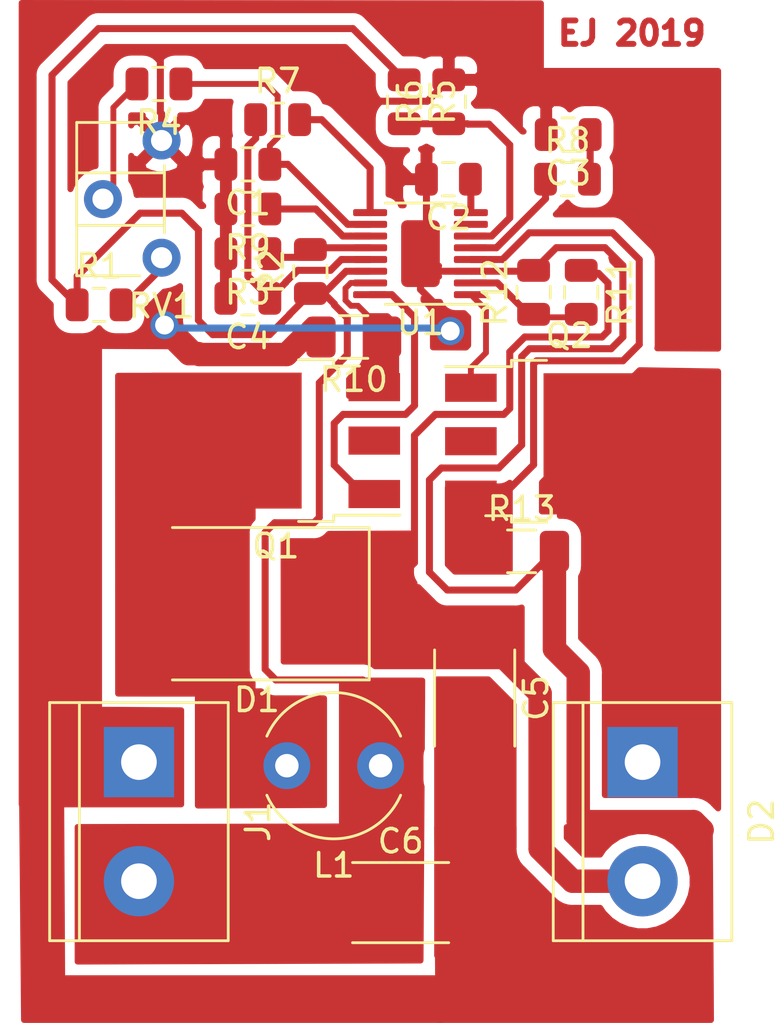
<source format=kicad_pcb>
(kicad_pcb (version 20171130) (host pcbnew 5.0.2+dfsg1-1)

  (general
    (thickness 1.6)
    (drawings 1)
    (tracks 207)
    (zones 0)
    (modules 27)
    (nets 23)
  )

  (page A4)
  (layers
    (0 F.Cu signal)
    (31 B.Cu signal)
    (32 B.Adhes user)
    (33 F.Adhes user)
    (34 B.Paste user)
    (35 F.Paste user)
    (36 B.SilkS user)
    (37 F.SilkS user)
    (38 B.Mask user)
    (39 F.Mask user)
    (40 Dwgs.User user)
    (41 Cmts.User user)
    (42 Eco1.User user)
    (43 Eco2.User user)
    (44 Edge.Cuts user)
    (45 Margin user)
    (46 B.CrtYd user)
    (47 F.CrtYd user)
    (48 B.Fab user)
    (49 F.Fab user)
  )

  (setup
    (last_trace_width 0.3)
    (user_trace_width 0.3)
    (user_trace_width 1)
    (user_trace_width 2)
    (trace_clearance 0.2)
    (zone_clearance 0.508)
    (zone_45_only yes)
    (trace_min 0.2)
    (segment_width 0.2)
    (edge_width 0.05)
    (via_size 0.8)
    (via_drill 0.4)
    (via_min_size 0.4)
    (via_min_drill 0.3)
    (uvia_size 0.3)
    (uvia_drill 0.1)
    (uvias_allowed no)
    (uvia_min_size 0.2)
    (uvia_min_drill 0.1)
    (pcb_text_width 0.3)
    (pcb_text_size 1.5 1.5)
    (mod_edge_width 0.12)
    (mod_text_size 1 1)
    (mod_text_width 0.15)
    (pad_size 1.524 1.524)
    (pad_drill 0.762)
    (pad_to_mask_clearance 0.051)
    (solder_mask_min_width 0.25)
    (aux_axis_origin 0 0)
    (visible_elements FFFFFF7F)
    (pcbplotparams
      (layerselection 0x010fc_ffffffff)
      (usegerberextensions false)
      (usegerberattributes false)
      (usegerberadvancedattributes false)
      (creategerberjobfile false)
      (excludeedgelayer true)
      (linewidth 0.100000)
      (plotframeref false)
      (viasonmask false)
      (mode 1)
      (useauxorigin false)
      (hpglpennumber 1)
      (hpglpenspeed 20)
      (hpglpendiameter 15.000000)
      (psnegative false)
      (psa4output false)
      (plotreference true)
      (plotvalue true)
      (plotinvisibletext false)
      (padsonsilk false)
      (subtractmaskfromsilk false)
      (outputformat 1)
      (mirror false)
      (drillshape 1)
      (scaleselection 1)
      (outputdirectory ""))
  )

  (net 0 "")
  (net 1 GNDA)
  (net 2 "Net-(C1-Pad1)")
  (net 3 "Net-(C2-Pad1)")
  (net 4 "Net-(C3-Pad1)")
  (net 5 INTVcc)
  (net 6 "Net-(C5-Pad1)")
  (net 7 "Net-(D1-Pad2)")
  (net 8 "Net-(D2-Pad1)")
  (net 9 +12V)
  (net 10 "Net-(Q1-Pad3)")
  (net 11 "Net-(Q1-Pad1)")
  (net 12 "Net-(Q2-Pad3)")
  (net 13 "Net-(Q2-Pad1)")
  (net 14 "Net-(R1-Pad2)")
  (net 15 "Net-(R2-Pad2)")
  (net 16 "Net-(R4-Pad2)")
  (net 17 "Net-(R5-Pad2)")
  (net 18 "Net-(R7-Pad2)")
  (net 19 "Net-(R8-Pad1)")
  (net 20 "Net-(R9-Pad1)")
  (net 21 "Net-(R11-Pad2)")
  (net 22 "Net-(U1-Pad7)")

  (net_class Default "Dies ist die voreingestellte Netzklasse."
    (clearance 0.2)
    (trace_width 0.25)
    (via_dia 0.8)
    (via_drill 0.4)
    (uvia_dia 0.3)
    (uvia_drill 0.1)
    (add_net +12V)
    (add_net GNDA)
    (add_net INTVcc)
    (add_net "Net-(C1-Pad1)")
    (add_net "Net-(C2-Pad1)")
    (add_net "Net-(C3-Pad1)")
    (add_net "Net-(C5-Pad1)")
    (add_net "Net-(D1-Pad2)")
    (add_net "Net-(D2-Pad1)")
    (add_net "Net-(Q1-Pad1)")
    (add_net "Net-(Q1-Pad3)")
    (add_net "Net-(Q2-Pad1)")
    (add_net "Net-(Q2-Pad3)")
    (add_net "Net-(R1-Pad2)")
    (add_net "Net-(R11-Pad2)")
    (add_net "Net-(R2-Pad2)")
    (add_net "Net-(R4-Pad2)")
    (add_net "Net-(R5-Pad2)")
    (add_net "Net-(R7-Pad2)")
    (add_net "Net-(R8-Pad1)")
    (add_net "Net-(R9-Pad1)")
    (add_net "Net-(U1-Pad7)")
  )

  (module TerminalBlock:TerminalBlock_bornier-2_P5.08mm (layer F.Cu) (tedit 59FF03AB) (tstamp 5DE407A6)
    (at 89.9668 75.0316 270)
    (descr "simple 2-pin terminal block, pitch 5.08mm, revamped version of bornier2")
    (tags "terminal block bornier2")
    (path /5DE6BE8D)
    (zone_connect 2)
    (fp_text reference J1 (at 2.54 -5.08 270) (layer F.SilkS)
      (effects (font (size 1 1) (thickness 0.15)))
    )
    (fp_text value Screw_Terminal_01x02 (at 2.54 5.08 270) (layer F.Fab)
      (effects (font (size 1 1) (thickness 0.15)))
    )
    (fp_line (start 7.79 4) (end -2.71 4) (layer F.CrtYd) (width 0.05))
    (fp_line (start 7.79 4) (end 7.79 -4) (layer F.CrtYd) (width 0.05))
    (fp_line (start -2.71 -4) (end -2.71 4) (layer F.CrtYd) (width 0.05))
    (fp_line (start -2.71 -4) (end 7.79 -4) (layer F.CrtYd) (width 0.05))
    (fp_line (start -2.54 3.81) (end 7.62 3.81) (layer F.SilkS) (width 0.12))
    (fp_line (start -2.54 -3.81) (end -2.54 3.81) (layer F.SilkS) (width 0.12))
    (fp_line (start 7.62 -3.81) (end -2.54 -3.81) (layer F.SilkS) (width 0.12))
    (fp_line (start 7.62 3.81) (end 7.62 -3.81) (layer F.SilkS) (width 0.12))
    (fp_line (start 7.62 2.54) (end -2.54 2.54) (layer F.SilkS) (width 0.12))
    (fp_line (start 7.54 -3.75) (end -2.46 -3.75) (layer F.Fab) (width 0.1))
    (fp_line (start 7.54 3.75) (end 7.54 -3.75) (layer F.Fab) (width 0.1))
    (fp_line (start -2.46 3.75) (end 7.54 3.75) (layer F.Fab) (width 0.1))
    (fp_line (start -2.46 -3.75) (end -2.46 3.75) (layer F.Fab) (width 0.1))
    (fp_line (start -2.41 2.55) (end 7.49 2.55) (layer F.Fab) (width 0.1))
    (fp_text user %R (at 2.54 0 270) (layer F.Fab)
      (effects (font (size 1 1) (thickness 0.15)))
    )
    (pad 2 thru_hole circle (at 5.08 0 270) (size 3 3) (drill 1.52) (layers *.Cu *.Mask)
      (net 9 +12V) (zone_connect 2))
    (pad 1 thru_hole rect (at 0 0 270) (size 3 3) (drill 1.52) (layers *.Cu *.Mask)
      (net 1 GNDA) (zone_connect 2))
    (model ${KISYS3DMOD}/TerminalBlock.3dshapes/TerminalBlock_bornier-2_P5.08mm.wrl
      (offset (xyz 2.539999961853027 0 0))
      (scale (xyz 1 1 1))
      (rotate (xyz 0 0 0))
    )
  )

  (module Capacitor_SMD:C_2512_6332Metric_Pad1.52x3.35mm_HandSolder (layer F.Cu) (tedit 5B301BBE) (tstamp 5DE3FCFE)
    (at 101.1331 81.026)
    (descr "Capacitor SMD 2512 (6332 Metric), square (rectangular) end terminal, IPC_7351 nominal with elongated pad for handsoldering. (Body size source: http://www.tortai-tech.com/upload/download/2011102023233369053.pdf), generated with kicad-footprint-generator")
    (tags "capacitor handsolder")
    (path /5DE3FEC9)
    (zone_connect 2)
    (attr smd)
    (fp_text reference C6 (at 0 -2.62) (layer F.SilkS)
      (effects (font (size 1 1) (thickness 0.15)))
    )
    (fp_text value C (at 0 2.62) (layer F.Fab)
      (effects (font (size 1 1) (thickness 0.15)))
    )
    (fp_text user %R (at 0 0) (layer F.Fab)
      (effects (font (size 1 1) (thickness 0.15)))
    )
    (fp_line (start 4 1.92) (end -4 1.92) (layer F.CrtYd) (width 0.05))
    (fp_line (start 4 -1.92) (end 4 1.92) (layer F.CrtYd) (width 0.05))
    (fp_line (start -4 -1.92) (end 4 -1.92) (layer F.CrtYd) (width 0.05))
    (fp_line (start -4 1.92) (end -4 -1.92) (layer F.CrtYd) (width 0.05))
    (fp_line (start -2.052064 1.71) (end 2.052064 1.71) (layer F.SilkS) (width 0.12))
    (fp_line (start -2.052064 -1.71) (end 2.052064 -1.71) (layer F.SilkS) (width 0.12))
    (fp_line (start 3.15 1.6) (end -3.15 1.6) (layer F.Fab) (width 0.1))
    (fp_line (start 3.15 -1.6) (end 3.15 1.6) (layer F.Fab) (width 0.1))
    (fp_line (start -3.15 -1.6) (end 3.15 -1.6) (layer F.Fab) (width 0.1))
    (fp_line (start -3.15 1.6) (end -3.15 -1.6) (layer F.Fab) (width 0.1))
    (pad 2 smd roundrect (at 2.9875 0) (size 1.525 3.35) (layers F.Cu F.Paste F.Mask) (roundrect_rratio 0.163934)
      (net 1 GNDA) (zone_connect 2))
    (pad 1 smd roundrect (at -2.9875 0) (size 1.525 3.35) (layers F.Cu F.Paste F.Mask) (roundrect_rratio 0.163934)
      (net 9 +12V) (zone_connect 2))
    (model ${KISYS3DMOD}/Capacitor_SMD.3dshapes/C_2512_6332Metric.wrl
      (at (xyz 0 0 0))
      (scale (xyz 1 1 1))
      (rotate (xyz 0 0 0))
    )
  )

  (module Package_SO:MSOP-16-1EP_3x4mm_P0.5mm_EP1.65x2.85mm (layer F.Cu) (tedit 5C65C476) (tstamp 5DE3B9E5)
    (at 101.981 53.34 180)
    (descr "MSOP, 16 Pin (http://cds.linear.com/docs/en/datasheet/37551fd.pdf#page=23), generated with kicad-footprint-generator ipc_gullwing_generator.py")
    (tags "MSOP SO")
    (path /5DE3364D)
    (attr smd)
    (fp_text reference U1 (at 0 -2.95 180) (layer F.SilkS)
      (effects (font (size 1 1) (thickness 0.15)))
    )
    (fp_text value LT3761_alt (at 0 2.95 180) (layer F.Fab)
      (effects (font (size 1 1) (thickness 0.15)))
    )
    (fp_text user %R (at 0 0 180) (layer F.Fab)
      (effects (font (size 0.75 0.75) (thickness 0.11)))
    )
    (fp_line (start 3.12 -2.25) (end -3.12 -2.25) (layer F.CrtYd) (width 0.05))
    (fp_line (start 3.12 2.25) (end 3.12 -2.25) (layer F.CrtYd) (width 0.05))
    (fp_line (start -3.12 2.25) (end 3.12 2.25) (layer F.CrtYd) (width 0.05))
    (fp_line (start -3.12 -2.25) (end -3.12 2.25) (layer F.CrtYd) (width 0.05))
    (fp_line (start -1.5 -1.25) (end -0.75 -2) (layer F.Fab) (width 0.1))
    (fp_line (start -1.5 2) (end -1.5 -1.25) (layer F.Fab) (width 0.1))
    (fp_line (start 1.5 2) (end -1.5 2) (layer F.Fab) (width 0.1))
    (fp_line (start 1.5 -2) (end 1.5 2) (layer F.Fab) (width 0.1))
    (fp_line (start -0.75 -2) (end 1.5 -2) (layer F.Fab) (width 0.1))
    (fp_line (start 0 -2.16) (end -2.875 -2.16) (layer F.SilkS) (width 0.12))
    (fp_line (start 0 -2.16) (end 1.5 -2.16) (layer F.SilkS) (width 0.12))
    (fp_line (start 0 2.16) (end -1.5 2.16) (layer F.SilkS) (width 0.12))
    (fp_line (start 0 2.16) (end 1.5 2.16) (layer F.SilkS) (width 0.12))
    (pad 16 smd roundrect (at 2.15 -1.75 180) (size 1.45 0.3) (layers F.Cu F.Paste F.Mask) (roundrect_rratio 0.25)
      (net 11 "Net-(Q1-Pad1)"))
    (pad 15 smd roundrect (at 2.15 -1.25 180) (size 1.45 0.3) (layers F.Cu F.Paste F.Mask) (roundrect_rratio 0.25)
      (net 10 "Net-(Q1-Pad3)"))
    (pad 14 smd roundrect (at 2.15 -0.75 180) (size 1.45 0.3) (layers F.Cu F.Paste F.Mask) (roundrect_rratio 0.25)
      (net 9 +12V))
    (pad 13 smd roundrect (at 2.15 -0.25 180) (size 1.45 0.3) (layers F.Cu F.Paste F.Mask) (roundrect_rratio 0.25)
      (net 5 INTVcc))
    (pad 12 smd roundrect (at 2.15 0.25 180) (size 1.45 0.3) (layers F.Cu F.Paste F.Mask) (roundrect_rratio 0.25)
      (net 15 "Net-(R2-Pad2)"))
    (pad 11 smd roundrect (at 2.15 0.75 180) (size 1.45 0.3) (layers F.Cu F.Paste F.Mask) (roundrect_rratio 0.25)
      (net 20 "Net-(R9-Pad1)"))
    (pad 10 smd roundrect (at 2.15 1.25 180) (size 1.45 0.3) (layers F.Cu F.Paste F.Mask) (roundrect_rratio 0.25)
      (net 2 "Net-(C1-Pad1)"))
    (pad 9 smd roundrect (at 2.15 1.75 180) (size 1.45 0.3) (layers F.Cu F.Paste F.Mask) (roundrect_rratio 0.25)
      (net 18 "Net-(R7-Pad2)"))
    (pad 8 smd roundrect (at -2.15 1.75 180) (size 1.45 0.3) (layers F.Cu F.Paste F.Mask) (roundrect_rratio 0.25)
      (net 3 "Net-(C2-Pad1)"))
    (pad 7 smd roundrect (at -2.15 1.25 180) (size 1.45 0.3) (layers F.Cu F.Paste F.Mask) (roundrect_rratio 0.25)
      (net 22 "Net-(U1-Pad7)"))
    (pad 6 smd roundrect (at -2.15 0.75 180) (size 1.45 0.3) (layers F.Cu F.Paste F.Mask) (roundrect_rratio 0.25)
      (net 17 "Net-(R5-Pad2)"))
    (pad 5 smd roundrect (at -2.15 0.25 180) (size 1.45 0.3) (layers F.Cu F.Paste F.Mask) (roundrect_rratio 0.25)
      (net 19 "Net-(R8-Pad1)"))
    (pad 4 smd roundrect (at -2.15 -0.25 180) (size 1.45 0.3) (layers F.Cu F.Paste F.Mask) (roundrect_rratio 0.25)
      (net 12 "Net-(Q2-Pad3)"))
    (pad 3 smd roundrect (at -2.15 -0.75 180) (size 1.45 0.3) (layers F.Cu F.Paste F.Mask) (roundrect_rratio 0.25)
      (net 1 GNDA))
    (pad 2 smd roundrect (at -2.15 -1.25 180) (size 1.45 0.3) (layers F.Cu F.Paste F.Mask) (roundrect_rratio 0.25)
      (net 21 "Net-(R11-Pad2)"))
    (pad 1 smd roundrect (at -2.15 -1.75 180) (size 1.45 0.3) (layers F.Cu F.Paste F.Mask) (roundrect_rratio 0.25)
      (net 13 "Net-(Q2-Pad1)"))
    (pad "" smd roundrect (at 0.41 0.71 180) (size 0.67 1.15) (layers F.Paste) (roundrect_rratio 0.25))
    (pad "" smd roundrect (at 0.41 -0.71 180) (size 0.67 1.15) (layers F.Paste) (roundrect_rratio 0.25))
    (pad "" smd roundrect (at -0.41 0.71 180) (size 0.67 1.15) (layers F.Paste) (roundrect_rratio 0.25))
    (pad "" smd roundrect (at -0.41 -0.71 180) (size 0.67 1.15) (layers F.Paste) (roundrect_rratio 0.25))
    (pad 17 smd roundrect (at 0 0 180) (size 1.65 2.85) (layers F.Cu F.Mask) (roundrect_rratio 0.151515)
      (net 1 GNDA))
    (model ${KISYS3DMOD}/Package_SO.3dshapes/MSOP-16-1EP_3x4mm_P0.5mm_EP1.65x2.85mm.wrl
      (at (xyz 0 0 0))
      (scale (xyz 1 1 1))
      (rotate (xyz 0 0 0))
    )
  )

  (module Potentiometer_THT:Potentiometer_ACP_CA6-H2,5_Horizontal (layer F.Cu) (tedit 5A3D4994) (tstamp 5DE38210)
    (at 90.932 53.514 180)
    (descr "Potentiometer, horizontal, ACP CA6-H2,5, http://www.acptechnologies.com/wp-content/uploads/2017/06/01-ACP-CA6.pdf")
    (tags "Potentiometer horizontal ACP CA6-H2,5")
    (path /5DE4C31B)
    (fp_text reference RV1 (at 0 -2.06 180) (layer F.SilkS)
      (effects (font (size 1 1) (thickness 0.15)))
    )
    (fp_text value 10k (at 0 7.06 180) (layer F.Fab)
      (effects (font (size 1 1) (thickness 0.15)))
    )
    (fp_text user %R (at 1.75 2.5 180) (layer F.Fab)
      (effects (font (size 0.78 0.78) (thickness 0.15)))
    )
    (fp_line (start 3.75 -1.1) (end -1.1 -1.1) (layer F.CrtYd) (width 0.05))
    (fp_line (start 3.75 6.1) (end 3.75 -1.1) (layer F.CrtYd) (width 0.05))
    (fp_line (start -1.1 6.1) (end 3.75 6.1) (layer F.CrtYd) (width 0.05))
    (fp_line (start -1.1 -1.1) (end -1.1 6.1) (layer F.CrtYd) (width 0.05))
    (fp_line (start 3.62 1.38) (end 3.62 3.62) (layer F.SilkS) (width 0.12))
    (fp_line (start -0.121 1.38) (end -0.121 3.62) (layer F.SilkS) (width 0.12))
    (fp_line (start -0.121 3.62) (end 3.62 3.62) (layer F.SilkS) (width 0.12))
    (fp_line (start -0.121 1.38) (end 3.62 1.38) (layer F.SilkS) (width 0.12))
    (fp_line (start -0.121 1.066) (end -0.121 3.935) (layer F.SilkS) (width 0.12))
    (fp_line (start 3.62 -0.77) (end 3.62 5.77) (layer F.SilkS) (width 0.12))
    (fp_line (start 0.925 5.77) (end 3.62 5.77) (layer F.SilkS) (width 0.12))
    (fp_line (start 0.925 -0.77) (end 3.62 -0.77) (layer F.SilkS) (width 0.12))
    (fp_line (start 3.5 1.5) (end 0 1.5) (layer F.Fab) (width 0.1))
    (fp_line (start 3.5 3.5) (end 3.5 1.5) (layer F.Fab) (width 0.1))
    (fp_line (start 0 3.5) (end 3.5 3.5) (layer F.Fab) (width 0.1))
    (fp_line (start 0 1.5) (end 0 3.5) (layer F.Fab) (width 0.1))
    (fp_line (start 0 -0.65) (end 3.5 -0.65) (layer F.Fab) (width 0.1))
    (fp_line (start 0 5.65) (end 0 -0.65) (layer F.Fab) (width 0.1))
    (fp_line (start 3.5 5.65) (end 0 5.65) (layer F.Fab) (width 0.1))
    (fp_line (start 3.5 -0.65) (end 3.5 5.65) (layer F.Fab) (width 0.1))
    (pad 1 thru_hole circle (at 0 0 180) (size 1.62 1.62) (drill 0.9) (layers *.Cu *.Mask)
      (net 14 "Net-(R1-Pad2)"))
    (pad 2 thru_hole circle (at 2.5 2.5 180) (size 1.62 1.62) (drill 0.9) (layers *.Cu *.Mask)
      (net 16 "Net-(R4-Pad2)"))
    (pad 3 thru_hole circle (at 0 5 180) (size 1.62 1.62) (drill 0.9) (layers *.Cu *.Mask)
      (net 1 GNDA))
    (model ${KISYS3DMOD}/Potentiometer_THT.3dshapes/Potentiometer_ACP_CA6-H2,5_Horizontal.wrl
      (at (xyz 0 0 0))
      (scale (xyz 1 1 1))
      (rotate (xyz 0 0 0))
    )
  )

  (module Resistor_SMD:R_1206_3216Metric (layer F.Cu) (tedit 5B301BBD) (tstamp 5DE3D0C5)
    (at 106.296 66.04)
    (descr "Resistor SMD 1206 (3216 Metric), square (rectangular) end terminal, IPC_7351 nominal, (Body size source: http://www.tortai-tech.com/upload/download/2011102023233369053.pdf), generated with kicad-footprint-generator")
    (tags resistor)
    (path /5DE6DB64)
    (zone_connect 2)
    (attr smd)
    (fp_text reference R13 (at 0 -1.82) (layer F.SilkS)
      (effects (font (size 1 1) (thickness 0.15)))
    )
    (fp_text value 0R39 (at 0 1.82) (layer F.Fab)
      (effects (font (size 1 1) (thickness 0.15)))
    )
    (fp_text user %R (at 0 0) (layer F.Fab)
      (effects (font (size 0.8 0.8) (thickness 0.12)))
    )
    (fp_line (start 2.28 1.12) (end -2.28 1.12) (layer F.CrtYd) (width 0.05))
    (fp_line (start 2.28 -1.12) (end 2.28 1.12) (layer F.CrtYd) (width 0.05))
    (fp_line (start -2.28 -1.12) (end 2.28 -1.12) (layer F.CrtYd) (width 0.05))
    (fp_line (start -2.28 1.12) (end -2.28 -1.12) (layer F.CrtYd) (width 0.05))
    (fp_line (start -0.602064 0.91) (end 0.602064 0.91) (layer F.SilkS) (width 0.12))
    (fp_line (start -0.602064 -0.91) (end 0.602064 -0.91) (layer F.SilkS) (width 0.12))
    (fp_line (start 1.6 0.8) (end -1.6 0.8) (layer F.Fab) (width 0.1))
    (fp_line (start 1.6 -0.8) (end 1.6 0.8) (layer F.Fab) (width 0.1))
    (fp_line (start -1.6 -0.8) (end 1.6 -0.8) (layer F.Fab) (width 0.1))
    (fp_line (start -1.6 0.8) (end -1.6 -0.8) (layer F.Fab) (width 0.1))
    (pad 2 smd roundrect (at 1.4 0) (size 1.25 1.75) (layers F.Cu F.Paste F.Mask) (roundrect_rratio 0.2)
      (net 1 GNDA) (zone_connect 2))
    (pad 1 smd roundrect (at -1.4 0) (size 1.25 1.75) (layers F.Cu F.Paste F.Mask) (roundrect_rratio 0.2)
      (net 12 "Net-(Q2-Pad3)") (zone_connect 2))
    (model ${KISYS3DMOD}/Resistor_SMD.3dshapes/R_1206_3216Metric.wrl
      (at (xyz 0 0 0))
      (scale (xyz 1 1 1))
      (rotate (xyz 0 0 0))
    )
  )

  (module Resistor_SMD:R_0805_2012Metric (layer F.Cu) (tedit 5B36C52B) (tstamp 5DE3C64B)
    (at 106.807 54.991 90)
    (descr "Resistor SMD 0805 (2012 Metric), square (rectangular) end terminal, IPC_7351 nominal, (Body size source: https://docs.google.com/spreadsheets/d/1BsfQQcO9C6DZCsRaXUlFlo91Tg2WpOkGARC1WS5S8t0/edit?usp=sharing), generated with kicad-footprint-generator")
    (tags resistor)
    (path /5DE560CE)
    (attr smd)
    (fp_text reference R12 (at 0 -1.65 90) (layer F.SilkS)
      (effects (font (size 1 1) (thickness 0.15)))
    )
    (fp_text value 8.66k (at 0 1.65 90) (layer F.Fab)
      (effects (font (size 1 1) (thickness 0.15)))
    )
    (fp_text user %R (at 0 0 90) (layer F.Fab)
      (effects (font (size 0.5 0.5) (thickness 0.08)))
    )
    (fp_line (start 1.68 0.95) (end -1.68 0.95) (layer F.CrtYd) (width 0.05))
    (fp_line (start 1.68 -0.95) (end 1.68 0.95) (layer F.CrtYd) (width 0.05))
    (fp_line (start -1.68 -0.95) (end 1.68 -0.95) (layer F.CrtYd) (width 0.05))
    (fp_line (start -1.68 0.95) (end -1.68 -0.95) (layer F.CrtYd) (width 0.05))
    (fp_line (start -0.258578 0.71) (end 0.258578 0.71) (layer F.SilkS) (width 0.12))
    (fp_line (start -0.258578 -0.71) (end 0.258578 -0.71) (layer F.SilkS) (width 0.12))
    (fp_line (start 1 0.6) (end -1 0.6) (layer F.Fab) (width 0.1))
    (fp_line (start 1 -0.6) (end 1 0.6) (layer F.Fab) (width 0.1))
    (fp_line (start -1 -0.6) (end 1 -0.6) (layer F.Fab) (width 0.1))
    (fp_line (start -1 0.6) (end -1 -0.6) (layer F.Fab) (width 0.1))
    (pad 2 smd roundrect (at 0.9375 0 90) (size 0.975 1.4) (layers F.Cu F.Paste F.Mask) (roundrect_rratio 0.25)
      (net 1 GNDA))
    (pad 1 smd roundrect (at -0.9375 0 90) (size 0.975 1.4) (layers F.Cu F.Paste F.Mask) (roundrect_rratio 0.25)
      (net 21 "Net-(R11-Pad2)"))
    (model ${KISYS3DMOD}/Resistor_SMD.3dshapes/R_0805_2012Metric.wrl
      (at (xyz 0 0 0))
      (scale (xyz 1 1 1))
      (rotate (xyz 0 0 0))
    )
  )

  (module Resistor_SMD:R_0805_2012Metric (layer F.Cu) (tedit 5B36C52B) (tstamp 5DE6682D)
    (at 108.839 54.991 270)
    (descr "Resistor SMD 0805 (2012 Metric), square (rectangular) end terminal, IPC_7351 nominal, (Body size source: https://docs.google.com/spreadsheets/d/1BsfQQcO9C6DZCsRaXUlFlo91Tg2WpOkGARC1WS5S8t0/edit?usp=sharing), generated with kicad-footprint-generator")
    (tags resistor)
    (path /5DE5606A)
    (attr smd)
    (fp_text reference R11 (at 0 -1.65 270) (layer F.SilkS)
      (effects (font (size 1 1) (thickness 0.15)))
    )
    (fp_text value 1M (at 0 1.65 270) (layer F.Fab)
      (effects (font (size 1 1) (thickness 0.15)))
    )
    (fp_text user %R (at 0 0 270) (layer F.Fab)
      (effects (font (size 0.5 0.5) (thickness 0.08)))
    )
    (fp_line (start 1.68 0.95) (end -1.68 0.95) (layer F.CrtYd) (width 0.05))
    (fp_line (start 1.68 -0.95) (end 1.68 0.95) (layer F.CrtYd) (width 0.05))
    (fp_line (start -1.68 -0.95) (end 1.68 -0.95) (layer F.CrtYd) (width 0.05))
    (fp_line (start -1.68 0.95) (end -1.68 -0.95) (layer F.CrtYd) (width 0.05))
    (fp_line (start -0.258578 0.71) (end 0.258578 0.71) (layer F.SilkS) (width 0.12))
    (fp_line (start -0.258578 -0.71) (end 0.258578 -0.71) (layer F.SilkS) (width 0.12))
    (fp_line (start 1 0.6) (end -1 0.6) (layer F.Fab) (width 0.1))
    (fp_line (start 1 -0.6) (end 1 0.6) (layer F.Fab) (width 0.1))
    (fp_line (start -1 -0.6) (end 1 -0.6) (layer F.Fab) (width 0.1))
    (fp_line (start -1 0.6) (end -1 -0.6) (layer F.Fab) (width 0.1))
    (pad 2 smd roundrect (at 0.9375 0 270) (size 0.975 1.4) (layers F.Cu F.Paste F.Mask) (roundrect_rratio 0.25)
      (net 21 "Net-(R11-Pad2)"))
    (pad 1 smd roundrect (at -0.9375 0 270) (size 0.975 1.4) (layers F.Cu F.Paste F.Mask) (roundrect_rratio 0.25)
      (net 6 "Net-(C5-Pad1)"))
    (model ${KISYS3DMOD}/Resistor_SMD.3dshapes/R_0805_2012Metric.wrl
      (at (xyz 0 0 0))
      (scale (xyz 1 1 1))
      (rotate (xyz 0 0 0))
    )
  )

  (module Resistor_SMD:R_1206_3216Metric (layer F.Cu) (tedit 5B301BBD) (tstamp 5DE450ED)
    (at 99.1332 56.896 180)
    (descr "Resistor SMD 1206 (3216 Metric), square (rectangular) end terminal, IPC_7351 nominal, (Body size source: http://www.tortai-tech.com/upload/download/2011102023233369053.pdf), generated with kicad-footprint-generator")
    (tags resistor)
    (path /5DE389C5)
    (zone_connect 2)
    (attr smd)
    (fp_text reference R10 (at 0 -1.82 180) (layer F.SilkS)
      (effects (font (size 1 1) (thickness 0.15)))
    )
    (fp_text value 20k (at 0 1.82 180) (layer F.Fab)
      (effects (font (size 1 1) (thickness 0.15)))
    )
    (fp_text user %R (at 0 0 180) (layer F.Fab)
      (effects (font (size 0.8 0.8) (thickness 0.12)))
    )
    (fp_line (start 2.28 1.12) (end -2.28 1.12) (layer F.CrtYd) (width 0.05))
    (fp_line (start 2.28 -1.12) (end 2.28 1.12) (layer F.CrtYd) (width 0.05))
    (fp_line (start -2.28 -1.12) (end 2.28 -1.12) (layer F.CrtYd) (width 0.05))
    (fp_line (start -2.28 1.12) (end -2.28 -1.12) (layer F.CrtYd) (width 0.05))
    (fp_line (start -0.602064 0.91) (end 0.602064 0.91) (layer F.SilkS) (width 0.12))
    (fp_line (start -0.602064 -0.91) (end 0.602064 -0.91) (layer F.SilkS) (width 0.12))
    (fp_line (start 1.6 0.8) (end -1.6 0.8) (layer F.Fab) (width 0.1))
    (fp_line (start 1.6 -0.8) (end 1.6 0.8) (layer F.Fab) (width 0.1))
    (fp_line (start -1.6 -0.8) (end 1.6 -0.8) (layer F.Fab) (width 0.1))
    (fp_line (start -1.6 0.8) (end -1.6 -0.8) (layer F.Fab) (width 0.1))
    (pad 2 smd roundrect (at 1.4 0 180) (size 1.25 1.75) (layers F.Cu F.Paste F.Mask) (roundrect_rratio 0.2)
      (net 1 GNDA) (zone_connect 2))
    (pad 1 smd roundrect (at -1.4 0 180) (size 1.25 1.75) (layers F.Cu F.Paste F.Mask) (roundrect_rratio 0.2)
      (net 10 "Net-(Q1-Pad3)") (zone_connect 2))
    (model ${KISYS3DMOD}/Resistor_SMD.3dshapes/R_1206_3216Metric.wrl
      (at (xyz 0 0 0))
      (scale (xyz 1 1 1))
      (rotate (xyz 0 0 0))
    )
  )

  (module Resistor_SMD:R_0805_2012Metric (layer F.Cu) (tedit 5B36C52B) (tstamp 5DE3A07C)
    (at 94.615 51.435 180)
    (descr "Resistor SMD 0805 (2012 Metric), square (rectangular) end terminal, IPC_7351 nominal, (Body size source: https://docs.google.com/spreadsheets/d/1BsfQQcO9C6DZCsRaXUlFlo91Tg2WpOkGARC1WS5S8t0/edit?usp=sharing), generated with kicad-footprint-generator")
    (tags resistor)
    (path /5DE48173)
    (attr smd)
    (fp_text reference R9 (at 0 -1.65 180) (layer F.SilkS)
      (effects (font (size 1 1) (thickness 0.15)))
    )
    (fp_text value 39.2k (at 0 1.65 180) (layer F.Fab)
      (effects (font (size 1 1) (thickness 0.15)))
    )
    (fp_text user %R (at 0 0 180) (layer F.Fab)
      (effects (font (size 0.5 0.5) (thickness 0.08)))
    )
    (fp_line (start 1.68 0.95) (end -1.68 0.95) (layer F.CrtYd) (width 0.05))
    (fp_line (start 1.68 -0.95) (end 1.68 0.95) (layer F.CrtYd) (width 0.05))
    (fp_line (start -1.68 -0.95) (end 1.68 -0.95) (layer F.CrtYd) (width 0.05))
    (fp_line (start -1.68 0.95) (end -1.68 -0.95) (layer F.CrtYd) (width 0.05))
    (fp_line (start -0.258578 0.71) (end 0.258578 0.71) (layer F.SilkS) (width 0.12))
    (fp_line (start -0.258578 -0.71) (end 0.258578 -0.71) (layer F.SilkS) (width 0.12))
    (fp_line (start 1 0.6) (end -1 0.6) (layer F.Fab) (width 0.1))
    (fp_line (start 1 -0.6) (end 1 0.6) (layer F.Fab) (width 0.1))
    (fp_line (start -1 -0.6) (end 1 -0.6) (layer F.Fab) (width 0.1))
    (fp_line (start -1 0.6) (end -1 -0.6) (layer F.Fab) (width 0.1))
    (pad 2 smd roundrect (at 0.9375 0 180) (size 0.975 1.4) (layers F.Cu F.Paste F.Mask) (roundrect_rratio 0.25)
      (net 1 GNDA))
    (pad 1 smd roundrect (at -0.9375 0 180) (size 0.975 1.4) (layers F.Cu F.Paste F.Mask) (roundrect_rratio 0.25)
      (net 20 "Net-(R9-Pad1)"))
    (model ${KISYS3DMOD}/Resistor_SMD.3dshapes/R_0805_2012Metric.wrl
      (at (xyz 0 0 0))
      (scale (xyz 1 1 1))
      (rotate (xyz 0 0 0))
    )
  )

  (module Resistor_SMD:R_0805_2012Metric (layer F.Cu) (tedit 5B36C52B) (tstamp 5DE3819F)
    (at 108.2525 50.165)
    (descr "Resistor SMD 0805 (2012 Metric), square (rectangular) end terminal, IPC_7351 nominal, (Body size source: https://docs.google.com/spreadsheets/d/1BsfQQcO9C6DZCsRaXUlFlo91Tg2WpOkGARC1WS5S8t0/edit?usp=sharing), generated with kicad-footprint-generator")
    (tags resistor)
    (path /5DE47FC9)
    (attr smd)
    (fp_text reference R8 (at 0 -1.65) (layer F.SilkS)
      (effects (font (size 1 1) (thickness 0.15)))
    )
    (fp_text value 2k (at 0 1.65) (layer F.Fab)
      (effects (font (size 1 1) (thickness 0.15)))
    )
    (fp_text user %R (at 0 0) (layer F.Fab)
      (effects (font (size 0.5 0.5) (thickness 0.08)))
    )
    (fp_line (start 1.68 0.95) (end -1.68 0.95) (layer F.CrtYd) (width 0.05))
    (fp_line (start 1.68 -0.95) (end 1.68 0.95) (layer F.CrtYd) (width 0.05))
    (fp_line (start -1.68 -0.95) (end 1.68 -0.95) (layer F.CrtYd) (width 0.05))
    (fp_line (start -1.68 0.95) (end -1.68 -0.95) (layer F.CrtYd) (width 0.05))
    (fp_line (start -0.258578 0.71) (end 0.258578 0.71) (layer F.SilkS) (width 0.12))
    (fp_line (start -0.258578 -0.71) (end 0.258578 -0.71) (layer F.SilkS) (width 0.12))
    (fp_line (start 1 0.6) (end -1 0.6) (layer F.Fab) (width 0.1))
    (fp_line (start 1 -0.6) (end 1 0.6) (layer F.Fab) (width 0.1))
    (fp_line (start -1 -0.6) (end 1 -0.6) (layer F.Fab) (width 0.1))
    (fp_line (start -1 0.6) (end -1 -0.6) (layer F.Fab) (width 0.1))
    (pad 2 smd roundrect (at 0.9375 0) (size 0.975 1.4) (layers F.Cu F.Paste F.Mask) (roundrect_rratio 0.25)
      (net 4 "Net-(C3-Pad1)"))
    (pad 1 smd roundrect (at -0.9375 0) (size 0.975 1.4) (layers F.Cu F.Paste F.Mask) (roundrect_rratio 0.25)
      (net 19 "Net-(R8-Pad1)"))
    (model ${KISYS3DMOD}/Resistor_SMD.3dshapes/R_0805_2012Metric.wrl
      (at (xyz 0 0 0))
      (scale (xyz 1 1 1))
      (rotate (xyz 0 0 0))
    )
  )

  (module Resistor_SMD:R_0805_2012Metric (layer F.Cu) (tedit 5B36C52B) (tstamp 5DE3818E)
    (at 95.885 47.625)
    (descr "Resistor SMD 0805 (2012 Metric), square (rectangular) end terminal, IPC_7351 nominal, (Body size source: https://docs.google.com/spreadsheets/d/1BsfQQcO9C6DZCsRaXUlFlo91Tg2WpOkGARC1WS5S8t0/edit?usp=sharing), generated with kicad-footprint-generator")
    (tags resistor)
    (path /5DE46BE4)
    (attr smd)
    (fp_text reference R7 (at 0 -1.65) (layer F.SilkS)
      (effects (font (size 1 1) (thickness 0.15)))
    )
    (fp_text value 100k (at 0 1.65) (layer F.Fab)
      (effects (font (size 1 1) (thickness 0.15)))
    )
    (fp_text user %R (at 0 0) (layer F.Fab)
      (effects (font (size 0.5 0.5) (thickness 0.08)))
    )
    (fp_line (start 1.68 0.95) (end -1.68 0.95) (layer F.CrtYd) (width 0.05))
    (fp_line (start 1.68 -0.95) (end 1.68 0.95) (layer F.CrtYd) (width 0.05))
    (fp_line (start -1.68 -0.95) (end 1.68 -0.95) (layer F.CrtYd) (width 0.05))
    (fp_line (start -1.68 0.95) (end -1.68 -0.95) (layer F.CrtYd) (width 0.05))
    (fp_line (start -0.258578 0.71) (end 0.258578 0.71) (layer F.SilkS) (width 0.12))
    (fp_line (start -0.258578 -0.71) (end 0.258578 -0.71) (layer F.SilkS) (width 0.12))
    (fp_line (start 1 0.6) (end -1 0.6) (layer F.Fab) (width 0.1))
    (fp_line (start 1 -0.6) (end 1 0.6) (layer F.Fab) (width 0.1))
    (fp_line (start -1 -0.6) (end 1 -0.6) (layer F.Fab) (width 0.1))
    (fp_line (start -1 0.6) (end -1 -0.6) (layer F.Fab) (width 0.1))
    (pad 2 smd roundrect (at 0.9375 0) (size 0.975 1.4) (layers F.Cu F.Paste F.Mask) (roundrect_rratio 0.25)
      (net 18 "Net-(R7-Pad2)"))
    (pad 1 smd roundrect (at -0.9375 0) (size 0.975 1.4) (layers F.Cu F.Paste F.Mask) (roundrect_rratio 0.25)
      (net 5 INTVcc))
    (model ${KISYS3DMOD}/Resistor_SMD.3dshapes/R_0805_2012Metric.wrl
      (at (xyz 0 0 0))
      (scale (xyz 1 1 1))
      (rotate (xyz 0 0 0))
    )
  )

  (module Resistor_SMD:R_0805_2012Metric (layer F.Cu) (tedit 5B36C52B) (tstamp 5DE39F14)
    (at 103.1875 46.863 90)
    (descr "Resistor SMD 0805 (2012 Metric), square (rectangular) end terminal, IPC_7351 nominal, (Body size source: https://docs.google.com/spreadsheets/d/1BsfQQcO9C6DZCsRaXUlFlo91Tg2WpOkGARC1WS5S8t0/edit?usp=sharing), generated with kicad-footprint-generator")
    (tags resistor)
    (path /5DE34F0C)
    (attr smd)
    (fp_text reference R6 (at 0 -1.65 90) (layer F.SilkS)
      (effects (font (size 1 1) (thickness 0.15)))
    )
    (fp_text value 20k (at 0 1.65 90) (layer F.Fab)
      (effects (font (size 1 1) (thickness 0.15)))
    )
    (fp_text user %R (at 0 0 90) (layer F.Fab)
      (effects (font (size 0.5 0.5) (thickness 0.08)))
    )
    (fp_line (start 1.68 0.95) (end -1.68 0.95) (layer F.CrtYd) (width 0.05))
    (fp_line (start 1.68 -0.95) (end 1.68 0.95) (layer F.CrtYd) (width 0.05))
    (fp_line (start -1.68 -0.95) (end 1.68 -0.95) (layer F.CrtYd) (width 0.05))
    (fp_line (start -1.68 0.95) (end -1.68 -0.95) (layer F.CrtYd) (width 0.05))
    (fp_line (start -0.258578 0.71) (end 0.258578 0.71) (layer F.SilkS) (width 0.12))
    (fp_line (start -0.258578 -0.71) (end 0.258578 -0.71) (layer F.SilkS) (width 0.12))
    (fp_line (start 1 0.6) (end -1 0.6) (layer F.Fab) (width 0.1))
    (fp_line (start 1 -0.6) (end 1 0.6) (layer F.Fab) (width 0.1))
    (fp_line (start -1 -0.6) (end 1 -0.6) (layer F.Fab) (width 0.1))
    (fp_line (start -1 0.6) (end -1 -0.6) (layer F.Fab) (width 0.1))
    (pad 2 smd roundrect (at 0.9375 0 90) (size 0.975 1.4) (layers F.Cu F.Paste F.Mask) (roundrect_rratio 0.25)
      (net 1 GNDA))
    (pad 1 smd roundrect (at -0.9375 0 90) (size 0.975 1.4) (layers F.Cu F.Paste F.Mask) (roundrect_rratio 0.25)
      (net 17 "Net-(R5-Pad2)"))
    (model ${KISYS3DMOD}/Resistor_SMD.3dshapes/R_0805_2012Metric.wrl
      (at (xyz 0 0 0))
      (scale (xyz 1 1 1))
      (rotate (xyz 0 0 0))
    )
  )

  (module Resistor_SMD:R_0805_2012Metric (layer F.Cu) (tedit 5B36C52B) (tstamp 5DE39D7A)
    (at 101.2825 46.863 270)
    (descr "Resistor SMD 0805 (2012 Metric), square (rectangular) end terminal, IPC_7351 nominal, (Body size source: https://docs.google.com/spreadsheets/d/1BsfQQcO9C6DZCsRaXUlFlo91Tg2WpOkGARC1WS5S8t0/edit?usp=sharing), generated with kicad-footprint-generator")
    (tags resistor)
    (path /5DE34F95)
    (attr smd)
    (fp_text reference R5 (at 0 -1.65 270) (layer F.SilkS)
      (effects (font (size 1 1) (thickness 0.15)))
    )
    (fp_text value 590k (at 0 1.65 270) (layer F.Fab)
      (effects (font (size 1 1) (thickness 0.15)))
    )
    (fp_text user %R (at 0 0 270) (layer F.Fab)
      (effects (font (size 0.5 0.5) (thickness 0.08)))
    )
    (fp_line (start 1.68 0.95) (end -1.68 0.95) (layer F.CrtYd) (width 0.05))
    (fp_line (start 1.68 -0.95) (end 1.68 0.95) (layer F.CrtYd) (width 0.05))
    (fp_line (start -1.68 -0.95) (end 1.68 -0.95) (layer F.CrtYd) (width 0.05))
    (fp_line (start -1.68 0.95) (end -1.68 -0.95) (layer F.CrtYd) (width 0.05))
    (fp_line (start -0.258578 0.71) (end 0.258578 0.71) (layer F.SilkS) (width 0.12))
    (fp_line (start -0.258578 -0.71) (end 0.258578 -0.71) (layer F.SilkS) (width 0.12))
    (fp_line (start 1 0.6) (end -1 0.6) (layer F.Fab) (width 0.1))
    (fp_line (start 1 -0.6) (end 1 0.6) (layer F.Fab) (width 0.1))
    (fp_line (start -1 -0.6) (end 1 -0.6) (layer F.Fab) (width 0.1))
    (fp_line (start -1 0.6) (end -1 -0.6) (layer F.Fab) (width 0.1))
    (pad 2 smd roundrect (at 0.9375 0 270) (size 0.975 1.4) (layers F.Cu F.Paste F.Mask) (roundrect_rratio 0.25)
      (net 17 "Net-(R5-Pad2)"))
    (pad 1 smd roundrect (at -0.9375 0 270) (size 0.975 1.4) (layers F.Cu F.Paste F.Mask) (roundrect_rratio 0.25)
      (net 9 +12V))
    (model ${KISYS3DMOD}/Resistor_SMD.3dshapes/R_0805_2012Metric.wrl
      (at (xyz 0 0 0))
      (scale (xyz 1 1 1))
      (rotate (xyz 0 0 0))
    )
  )

  (module Resistor_SMD:R_0805_2012Metric (layer F.Cu) (tedit 5B36C52B) (tstamp 5DE3815B)
    (at 90.82 46.101 180)
    (descr "Resistor SMD 0805 (2012 Metric), square (rectangular) end terminal, IPC_7351 nominal, (Body size source: https://docs.google.com/spreadsheets/d/1BsfQQcO9C6DZCsRaXUlFlo91Tg2WpOkGARC1WS5S8t0/edit?usp=sharing), generated with kicad-footprint-generator")
    (tags resistor)
    (path /5DE55A5C)
    (attr smd)
    (fp_text reference R4 (at 0 -1.65 180) (layer F.SilkS)
      (effects (font (size 1 1) (thickness 0.15)))
    )
    (fp_text value 140k (at 0 1.65 180) (layer F.Fab)
      (effects (font (size 1 1) (thickness 0.15)))
    )
    (fp_text user %R (at 0 0 180) (layer F.Fab)
      (effects (font (size 0.5 0.5) (thickness 0.08)))
    )
    (fp_line (start 1.68 0.95) (end -1.68 0.95) (layer F.CrtYd) (width 0.05))
    (fp_line (start 1.68 -0.95) (end 1.68 0.95) (layer F.CrtYd) (width 0.05))
    (fp_line (start -1.68 -0.95) (end 1.68 -0.95) (layer F.CrtYd) (width 0.05))
    (fp_line (start -1.68 0.95) (end -1.68 -0.95) (layer F.CrtYd) (width 0.05))
    (fp_line (start -0.258578 0.71) (end 0.258578 0.71) (layer F.SilkS) (width 0.12))
    (fp_line (start -0.258578 -0.71) (end 0.258578 -0.71) (layer F.SilkS) (width 0.12))
    (fp_line (start 1 0.6) (end -1 0.6) (layer F.Fab) (width 0.1))
    (fp_line (start 1 -0.6) (end 1 0.6) (layer F.Fab) (width 0.1))
    (fp_line (start -1 -0.6) (end 1 -0.6) (layer F.Fab) (width 0.1))
    (fp_line (start -1 0.6) (end -1 -0.6) (layer F.Fab) (width 0.1))
    (pad 2 smd roundrect (at 0.9375 0 180) (size 0.975 1.4) (layers F.Cu F.Paste F.Mask) (roundrect_rratio 0.25)
      (net 16 "Net-(R4-Pad2)"))
    (pad 1 smd roundrect (at -0.9375 0 180) (size 0.975 1.4) (layers F.Cu F.Paste F.Mask) (roundrect_rratio 0.25)
      (net 2 "Net-(C1-Pad1)"))
    (model ${KISYS3DMOD}/Resistor_SMD.3dshapes/R_0805_2012Metric.wrl
      (at (xyz 0 0 0))
      (scale (xyz 1 1 1))
      (rotate (xyz 0 0 0))
    )
  )

  (module Resistor_SMD:R_0805_2012Metric (layer F.Cu) (tedit 5B36C52B) (tstamp 5DE3B1A5)
    (at 94.615 53.34 180)
    (descr "Resistor SMD 0805 (2012 Metric), square (rectangular) end terminal, IPC_7351 nominal, (Body size source: https://docs.google.com/spreadsheets/d/1BsfQQcO9C6DZCsRaXUlFlo91Tg2WpOkGARC1WS5S8t0/edit?usp=sharing), generated with kicad-footprint-generator")
    (tags resistor)
    (path /5DE35E40)
    (attr smd)
    (fp_text reference R3 (at 0 -1.65 180) (layer F.SilkS)
      (effects (font (size 1 1) (thickness 0.15)))
    )
    (fp_text value 21k (at 0 1.65 180) (layer F.Fab)
      (effects (font (size 1 1) (thickness 0.15)))
    )
    (fp_text user %R (at 0 0 180) (layer F.Fab)
      (effects (font (size 0.5 0.5) (thickness 0.08)))
    )
    (fp_line (start 1.68 0.95) (end -1.68 0.95) (layer F.CrtYd) (width 0.05))
    (fp_line (start 1.68 -0.95) (end 1.68 0.95) (layer F.CrtYd) (width 0.05))
    (fp_line (start -1.68 -0.95) (end 1.68 -0.95) (layer F.CrtYd) (width 0.05))
    (fp_line (start -1.68 0.95) (end -1.68 -0.95) (layer F.CrtYd) (width 0.05))
    (fp_line (start -0.258578 0.71) (end 0.258578 0.71) (layer F.SilkS) (width 0.12))
    (fp_line (start -0.258578 -0.71) (end 0.258578 -0.71) (layer F.SilkS) (width 0.12))
    (fp_line (start 1 0.6) (end -1 0.6) (layer F.Fab) (width 0.1))
    (fp_line (start 1 -0.6) (end 1 0.6) (layer F.Fab) (width 0.1))
    (fp_line (start -1 -0.6) (end 1 -0.6) (layer F.Fab) (width 0.1))
    (fp_line (start -1 0.6) (end -1 -0.6) (layer F.Fab) (width 0.1))
    (pad 2 smd roundrect (at 0.9375 0 180) (size 0.975 1.4) (layers F.Cu F.Paste F.Mask) (roundrect_rratio 0.25)
      (net 1 GNDA))
    (pad 1 smd roundrect (at -0.9375 0 180) (size 0.975 1.4) (layers F.Cu F.Paste F.Mask) (roundrect_rratio 0.25)
      (net 15 "Net-(R2-Pad2)"))
    (model ${KISYS3DMOD}/Resistor_SMD.3dshapes/R_0805_2012Metric.wrl
      (at (xyz 0 0 0))
      (scale (xyz 1 1 1))
      (rotate (xyz 0 0 0))
    )
  )

  (module Resistor_SMD:R_0805_2012Metric (layer F.Cu) (tedit 5B36C52B) (tstamp 5DE38139)
    (at 97.282 54.102 90)
    (descr "Resistor SMD 0805 (2012 Metric), square (rectangular) end terminal, IPC_7351 nominal, (Body size source: https://docs.google.com/spreadsheets/d/1BsfQQcO9C6DZCsRaXUlFlo91Tg2WpOkGARC1WS5S8t0/edit?usp=sharing), generated with kicad-footprint-generator")
    (tags resistor)
    (path /5DE3585E)
    (attr smd)
    (fp_text reference R2 (at 0 -1.65 90) (layer F.SilkS)
      (effects (font (size 1 1) (thickness 0.15)))
    )
    (fp_text value 187k (at 0 1.65 90) (layer F.Fab)
      (effects (font (size 1 1) (thickness 0.15)))
    )
    (fp_text user %R (at 0 0 90) (layer F.Fab)
      (effects (font (size 0.5 0.5) (thickness 0.08)))
    )
    (fp_line (start 1.68 0.95) (end -1.68 0.95) (layer F.CrtYd) (width 0.05))
    (fp_line (start 1.68 -0.95) (end 1.68 0.95) (layer F.CrtYd) (width 0.05))
    (fp_line (start -1.68 -0.95) (end 1.68 -0.95) (layer F.CrtYd) (width 0.05))
    (fp_line (start -1.68 0.95) (end -1.68 -0.95) (layer F.CrtYd) (width 0.05))
    (fp_line (start -0.258578 0.71) (end 0.258578 0.71) (layer F.SilkS) (width 0.12))
    (fp_line (start -0.258578 -0.71) (end 0.258578 -0.71) (layer F.SilkS) (width 0.12))
    (fp_line (start 1 0.6) (end -1 0.6) (layer F.Fab) (width 0.1))
    (fp_line (start 1 -0.6) (end 1 0.6) (layer F.Fab) (width 0.1))
    (fp_line (start -1 -0.6) (end 1 -0.6) (layer F.Fab) (width 0.1))
    (fp_line (start -1 0.6) (end -1 -0.6) (layer F.Fab) (width 0.1))
    (pad 2 smd roundrect (at 0.9375 0 90) (size 0.975 1.4) (layers F.Cu F.Paste F.Mask) (roundrect_rratio 0.25)
      (net 15 "Net-(R2-Pad2)"))
    (pad 1 smd roundrect (at -0.9375 0 90) (size 0.975 1.4) (layers F.Cu F.Paste F.Mask) (roundrect_rratio 0.25)
      (net 9 +12V))
    (model ${KISYS3DMOD}/Resistor_SMD.3dshapes/R_0805_2012Metric.wrl
      (at (xyz 0 0 0))
      (scale (xyz 1 1 1))
      (rotate (xyz 0 0 0))
    )
  )

  (module Resistor_SMD:R_0805_2012Metric (layer F.Cu) (tedit 5B36C52B) (tstamp 5DE38128)
    (at 88.2673 55.5244)
    (descr "Resistor SMD 0805 (2012 Metric), square (rectangular) end terminal, IPC_7351 nominal, (Body size source: https://docs.google.com/spreadsheets/d/1BsfQQcO9C6DZCsRaXUlFlo91Tg2WpOkGARC1WS5S8t0/edit?usp=sharing), generated with kicad-footprint-generator")
    (tags resistor)
    (path /5DE54B59)
    (attr smd)
    (fp_text reference R1 (at 0 -1.65) (layer F.SilkS)
      (effects (font (size 1 1) (thickness 0.15)))
    )
    (fp_text value 4k7 (at 0 1.65) (layer F.Fab)
      (effects (font (size 1 1) (thickness 0.15)))
    )
    (fp_text user %R (at 0 0) (layer F.Fab)
      (effects (font (size 0.5 0.5) (thickness 0.08)))
    )
    (fp_line (start 1.68 0.95) (end -1.68 0.95) (layer F.CrtYd) (width 0.05))
    (fp_line (start 1.68 -0.95) (end 1.68 0.95) (layer F.CrtYd) (width 0.05))
    (fp_line (start -1.68 -0.95) (end 1.68 -0.95) (layer F.CrtYd) (width 0.05))
    (fp_line (start -1.68 0.95) (end -1.68 -0.95) (layer F.CrtYd) (width 0.05))
    (fp_line (start -0.258578 0.71) (end 0.258578 0.71) (layer F.SilkS) (width 0.12))
    (fp_line (start -0.258578 -0.71) (end 0.258578 -0.71) (layer F.SilkS) (width 0.12))
    (fp_line (start 1 0.6) (end -1 0.6) (layer F.Fab) (width 0.1))
    (fp_line (start 1 -0.6) (end 1 0.6) (layer F.Fab) (width 0.1))
    (fp_line (start -1 -0.6) (end 1 -0.6) (layer F.Fab) (width 0.1))
    (fp_line (start -1 0.6) (end -1 -0.6) (layer F.Fab) (width 0.1))
    (pad 2 smd roundrect (at 0.9375 0) (size 0.975 1.4) (layers F.Cu F.Paste F.Mask) (roundrect_rratio 0.25)
      (net 14 "Net-(R1-Pad2)"))
    (pad 1 smd roundrect (at -0.9375 0) (size 0.975 1.4) (layers F.Cu F.Paste F.Mask) (roundrect_rratio 0.25)
      (net 9 +12V))
    (model ${KISYS3DMOD}/Resistor_SMD.3dshapes/R_0805_2012Metric.wrl
      (at (xyz 0 0 0))
      (scale (xyz 1 1 1))
      (rotate (xyz 0 0 0))
    )
  )

  (module Package_TO_SOT_SMD:TO-252-3_TabPin4 (layer F.Cu) (tedit 5A70FB3C) (tstamp 5DE38117)
    (at 108.331 61.342)
    (descr "TO-252 / DPAK SMD package, http://www.infineon.com/cms/en/product/packages/PG-TO252/PG-TO252-3-1/")
    (tags "DPAK TO-252 DPAK-3 TO-252-3 SOT-428")
    (path /5DE5A7C8)
    (zone_connect 2)
    (attr smd)
    (fp_text reference Q2 (at 0 -4.5) (layer F.SilkS)
      (effects (font (size 1 1) (thickness 0.15)))
    )
    (fp_text value IRFR024 (at 0 4.5) (layer F.Fab)
      (effects (font (size 1 1) (thickness 0.15)))
    )
    (fp_text user %R (at 0 0) (layer F.Fab)
      (effects (font (size 1 1) (thickness 0.15)))
    )
    (fp_line (start 5.55 -3.5) (end -5.55 -3.5) (layer F.CrtYd) (width 0.05))
    (fp_line (start 5.55 3.5) (end 5.55 -3.5) (layer F.CrtYd) (width 0.05))
    (fp_line (start -5.55 3.5) (end 5.55 3.5) (layer F.CrtYd) (width 0.05))
    (fp_line (start -5.55 -3.5) (end -5.55 3.5) (layer F.CrtYd) (width 0.05))
    (fp_line (start -2.47 3.18) (end -3.57 3.18) (layer F.SilkS) (width 0.12))
    (fp_line (start -2.47 3.45) (end -2.47 3.18) (layer F.SilkS) (width 0.12))
    (fp_line (start -0.97 3.45) (end -2.47 3.45) (layer F.SilkS) (width 0.12))
    (fp_line (start -2.47 -3.18) (end -5.3 -3.18) (layer F.SilkS) (width 0.12))
    (fp_line (start -2.47 -3.45) (end -2.47 -3.18) (layer F.SilkS) (width 0.12))
    (fp_line (start -0.97 -3.45) (end -2.47 -3.45) (layer F.SilkS) (width 0.12))
    (fp_line (start -4.97 2.655) (end -2.27 2.655) (layer F.Fab) (width 0.1))
    (fp_line (start -4.97 1.905) (end -4.97 2.655) (layer F.Fab) (width 0.1))
    (fp_line (start -2.27 1.905) (end -4.97 1.905) (layer F.Fab) (width 0.1))
    (fp_line (start -4.97 0.375) (end -2.27 0.375) (layer F.Fab) (width 0.1))
    (fp_line (start -4.97 -0.375) (end -4.97 0.375) (layer F.Fab) (width 0.1))
    (fp_line (start -2.27 -0.375) (end -4.97 -0.375) (layer F.Fab) (width 0.1))
    (fp_line (start -4.97 -1.905) (end -2.27 -1.905) (layer F.Fab) (width 0.1))
    (fp_line (start -4.97 -2.655) (end -4.97 -1.905) (layer F.Fab) (width 0.1))
    (fp_line (start -1.865 -2.655) (end -4.97 -2.655) (layer F.Fab) (width 0.1))
    (fp_line (start -1.27 -3.25) (end 3.95 -3.25) (layer F.Fab) (width 0.1))
    (fp_line (start -2.27 -2.25) (end -1.27 -3.25) (layer F.Fab) (width 0.1))
    (fp_line (start -2.27 3.25) (end -2.27 -2.25) (layer F.Fab) (width 0.1))
    (fp_line (start 3.95 3.25) (end -2.27 3.25) (layer F.Fab) (width 0.1))
    (fp_line (start 3.95 -3.25) (end 3.95 3.25) (layer F.Fab) (width 0.1))
    (fp_line (start 4.95 2.7) (end 3.95 2.7) (layer F.Fab) (width 0.1))
    (fp_line (start 4.95 -2.7) (end 4.95 2.7) (layer F.Fab) (width 0.1))
    (fp_line (start 3.95 -2.7) (end 4.95 -2.7) (layer F.Fab) (width 0.1))
    (pad "" smd rect (at 0.425 1.525) (size 3.05 2.75) (layers F.Paste)
      (zone_connect 2))
    (pad "" smd rect (at 3.775 -1.525) (size 3.05 2.75) (layers F.Paste)
      (zone_connect 2))
    (pad "" smd rect (at 0.425 -1.525) (size 3.05 2.75) (layers F.Paste)
      (zone_connect 2))
    (pad "" smd rect (at 3.775 1.525) (size 3.05 2.75) (layers F.Paste)
      (zone_connect 2))
    (pad 4 smd rect (at 2.1 0) (size 6.4 5.8) (layers F.Cu F.Mask)
      (net 8 "Net-(D2-Pad1)") (zone_connect 2))
    (pad 3 smd rect (at -4.2 2.28) (size 2.2 1.2) (layers F.Cu F.Paste F.Mask)
      (net 12 "Net-(Q2-Pad3)") (zone_connect 2))
    (pad 2 smd rect (at -4.2 0) (size 2.2 1.2) (layers F.Cu F.Paste F.Mask)
      (zone_connect 2))
    (pad 1 smd rect (at -4.2 -2.28) (size 2.2 1.2) (layers F.Cu F.Paste F.Mask)
      (net 13 "Net-(Q2-Pad1)") (zone_connect 2))
    (model ${KISYS3DMOD}/Package_TO_SOT_SMD.3dshapes/TO-252-3_TabPin4.wrl
      (at (xyz 0 0 0))
      (scale (xyz 1 1 1))
      (rotate (xyz 0 0 0))
    )
  )

  (module Package_TO_SOT_SMD:TO-252-3_TabPin4 (layer F.Cu) (tedit 5A70FB3C) (tstamp 5DE390BF)
    (at 95.8088 61.3156 180)
    (descr "TO-252 / DPAK SMD package, http://www.infineon.com/cms/en/product/packages/PG-TO252/PG-TO252-3-1/")
    (tags "DPAK TO-252 DPAK-3 TO-252-3 SOT-428")
    (path /5DE307DB)
    (zone_connect 2)
    (attr smd)
    (fp_text reference Q1 (at 0 -4.5 180) (layer F.SilkS)
      (effects (font (size 1 1) (thickness 0.15)))
    )
    (fp_text value IRFR024 (at 0 4.5 180) (layer F.Fab)
      (effects (font (size 1 1) (thickness 0.15)))
    )
    (fp_text user %R (at 0 0 180) (layer F.Fab)
      (effects (font (size 1 1) (thickness 0.15)))
    )
    (fp_line (start 5.55 -3.5) (end -5.55 -3.5) (layer F.CrtYd) (width 0.05))
    (fp_line (start 5.55 3.5) (end 5.55 -3.5) (layer F.CrtYd) (width 0.05))
    (fp_line (start -5.55 3.5) (end 5.55 3.5) (layer F.CrtYd) (width 0.05))
    (fp_line (start -5.55 -3.5) (end -5.55 3.5) (layer F.CrtYd) (width 0.05))
    (fp_line (start -2.47 3.18) (end -3.57 3.18) (layer F.SilkS) (width 0.12))
    (fp_line (start -2.47 3.45) (end -2.47 3.18) (layer F.SilkS) (width 0.12))
    (fp_line (start -0.97 3.45) (end -2.47 3.45) (layer F.SilkS) (width 0.12))
    (fp_line (start -2.47 -3.18) (end -5.3 -3.18) (layer F.SilkS) (width 0.12))
    (fp_line (start -2.47 -3.45) (end -2.47 -3.18) (layer F.SilkS) (width 0.12))
    (fp_line (start -0.97 -3.45) (end -2.47 -3.45) (layer F.SilkS) (width 0.12))
    (fp_line (start -4.97 2.655) (end -2.27 2.655) (layer F.Fab) (width 0.1))
    (fp_line (start -4.97 1.905) (end -4.97 2.655) (layer F.Fab) (width 0.1))
    (fp_line (start -2.27 1.905) (end -4.97 1.905) (layer F.Fab) (width 0.1))
    (fp_line (start -4.97 0.375) (end -2.27 0.375) (layer F.Fab) (width 0.1))
    (fp_line (start -4.97 -0.375) (end -4.97 0.375) (layer F.Fab) (width 0.1))
    (fp_line (start -2.27 -0.375) (end -4.97 -0.375) (layer F.Fab) (width 0.1))
    (fp_line (start -4.97 -1.905) (end -2.27 -1.905) (layer F.Fab) (width 0.1))
    (fp_line (start -4.97 -2.655) (end -4.97 -1.905) (layer F.Fab) (width 0.1))
    (fp_line (start -1.865 -2.655) (end -4.97 -2.655) (layer F.Fab) (width 0.1))
    (fp_line (start -1.27 -3.25) (end 3.95 -3.25) (layer F.Fab) (width 0.1))
    (fp_line (start -2.27 -2.25) (end -1.27 -3.25) (layer F.Fab) (width 0.1))
    (fp_line (start -2.27 3.25) (end -2.27 -2.25) (layer F.Fab) (width 0.1))
    (fp_line (start 3.95 3.25) (end -2.27 3.25) (layer F.Fab) (width 0.1))
    (fp_line (start 3.95 -3.25) (end 3.95 3.25) (layer F.Fab) (width 0.1))
    (fp_line (start 4.95 2.7) (end 3.95 2.7) (layer F.Fab) (width 0.1))
    (fp_line (start 4.95 -2.7) (end 4.95 2.7) (layer F.Fab) (width 0.1))
    (fp_line (start 3.95 -2.7) (end 4.95 -2.7) (layer F.Fab) (width 0.1))
    (pad "" smd rect (at 0.425 1.525 180) (size 3.05 2.75) (layers F.Paste)
      (zone_connect 2))
    (pad "" smd rect (at 3.775 -1.525 180) (size 3.05 2.75) (layers F.Paste)
      (zone_connect 2))
    (pad "" smd rect (at 0.425 -1.525 180) (size 3.05 2.75) (layers F.Paste)
      (zone_connect 2))
    (pad "" smd rect (at 3.775 1.525 180) (size 3.05 2.75) (layers F.Paste)
      (zone_connect 2))
    (pad 4 smd rect (at 2.1 0 180) (size 6.4 5.8) (layers F.Cu F.Mask)
      (net 7 "Net-(D1-Pad2)") (zone_connect 2))
    (pad 3 smd rect (at -4.2 2.28 180) (size 2.2 1.2) (layers F.Cu F.Paste F.Mask)
      (net 10 "Net-(Q1-Pad3)") (zone_connect 2))
    (pad 2 smd rect (at -4.2 0 180) (size 2.2 1.2) (layers F.Cu F.Paste F.Mask)
      (zone_connect 2))
    (pad 1 smd rect (at -4.2 -2.28 180) (size 2.2 1.2) (layers F.Cu F.Paste F.Mask)
      (net 11 "Net-(Q1-Pad1)") (zone_connect 2))
    (model ${KISYS3DMOD}/Package_TO_SOT_SMD.3dshapes/TO-252-3_TabPin4.wrl
      (at (xyz 0 0 0))
      (scale (xyz 1 1 1))
      (rotate (xyz 0 0 0))
    )
  )

  (module Inductor_THT:L_Radial_D6.0mm_P4.00mm (layer F.Cu) (tedit 5AE59B06) (tstamp 5DE380C7)
    (at 100.2792 75.184 180)
    (descr "Inductor, Radial series, Radial, pin pitch=4.00mm, , diameter=6.0mm, http://www.abracon.com/Magnetics/radial/AIUR-07.pdf")
    (tags "Inductor Radial series Radial pin pitch 4.00mm  diameter 6.0mm")
    (path /5DE30AE5)
    (zone_connect 2)
    (fp_text reference L1 (at 2 -4.25 180) (layer F.SilkS)
      (effects (font (size 1 1) (thickness 0.15)))
    )
    (fp_text value 22uH (at 2 4.25 180) (layer F.Fab)
      (effects (font (size 1 1) (thickness 0.15)))
    )
    (fp_text user %R (at 2 0 180) (layer F.Fab)
      (effects (font (size 1 1) (thickness 0.15)))
    )
    (fp_circle (center 2 0) (end 5.49 0) (layer F.CrtYd) (width 0.05))
    (fp_circle (center 2 0) (end 5 0) (layer F.Fab) (width 0.1))
    (fp_arc (start 2 0) (end -0.85426 1.26) (angle -132.362317) (layer F.SilkS) (width 0.12))
    (fp_arc (start 2 0) (end -0.85426 -1.26) (angle 132.362317) (layer F.SilkS) (width 0.12))
    (pad 2 thru_hole circle (at 4 0 180) (size 2 2) (drill 1) (layers *.Cu *.Mask)
      (net 7 "Net-(D1-Pad2)") (zone_connect 2))
    (pad 1 thru_hole circle (at 0 0 180) (size 2 2) (drill 1) (layers *.Cu *.Mask)
      (net 9 +12V) (zone_connect 2))
    (model ${KISYS3DMOD}/Inductor_THT.3dshapes/L_Radial_D6.0mm_P4.00mm.wrl
      (at (xyz 0 0 0))
      (scale (xyz 1 1 1))
      (rotate (xyz 0 0 0))
    )
  )

  (module TerminalBlock:TerminalBlock_bornier-2_P5.08mm (layer F.Cu) (tedit 59FF03AB) (tstamp 5DE380BC)
    (at 111.4552 75.0316 270)
    (descr "simple 2-pin terminal block, pitch 5.08mm, revamped version of bornier2")
    (tags "terminal block bornier2")
    (path /5DE6985D)
    (zone_connect 2)
    (fp_text reference D2 (at 2.54 -5.08 270) (layer F.SilkS)
      (effects (font (size 1 1) (thickness 0.15)))
    )
    (fp_text value LED_Series (at 2.54 5.08 270) (layer F.Fab)
      (effects (font (size 1 1) (thickness 0.15)))
    )
    (fp_line (start 7.79 4) (end -2.71 4) (layer F.CrtYd) (width 0.05))
    (fp_line (start 7.79 4) (end 7.79 -4) (layer F.CrtYd) (width 0.05))
    (fp_line (start -2.71 -4) (end -2.71 4) (layer F.CrtYd) (width 0.05))
    (fp_line (start -2.71 -4) (end 7.79 -4) (layer F.CrtYd) (width 0.05))
    (fp_line (start -2.54 3.81) (end 7.62 3.81) (layer F.SilkS) (width 0.12))
    (fp_line (start -2.54 -3.81) (end -2.54 3.81) (layer F.SilkS) (width 0.12))
    (fp_line (start 7.62 -3.81) (end -2.54 -3.81) (layer F.SilkS) (width 0.12))
    (fp_line (start 7.62 3.81) (end 7.62 -3.81) (layer F.SilkS) (width 0.12))
    (fp_line (start 7.62 2.54) (end -2.54 2.54) (layer F.SilkS) (width 0.12))
    (fp_line (start 7.54 -3.75) (end -2.46 -3.75) (layer F.Fab) (width 0.1))
    (fp_line (start 7.54 3.75) (end 7.54 -3.75) (layer F.Fab) (width 0.1))
    (fp_line (start -2.46 3.75) (end 7.54 3.75) (layer F.Fab) (width 0.1))
    (fp_line (start -2.46 -3.75) (end -2.46 3.75) (layer F.Fab) (width 0.1))
    (fp_line (start -2.41 2.55) (end 7.49 2.55) (layer F.Fab) (width 0.1))
    (fp_text user %R (at 2.54 0 270) (layer F.Fab)
      (effects (font (size 1 1) (thickness 0.15)))
    )
    (pad 2 thru_hole circle (at 5.08 0 270) (size 3 3) (drill 1.52) (layers *.Cu *.Mask)
      (net 6 "Net-(C5-Pad1)") (zone_connect 2))
    (pad 1 thru_hole rect (at 0 0 270) (size 3 3) (drill 1.52) (layers *.Cu *.Mask)
      (net 8 "Net-(D2-Pad1)") (zone_connect 2))
    (model ${KISYS3DMOD}/TerminalBlock.3dshapes/TerminalBlock_bornier-2_P5.08mm.wrl
      (offset (xyz 2.539999961853027 0 0))
      (scale (xyz 1 1 1))
      (rotate (xyz 0 0 0))
    )
  )

  (module Diode_SMD:D_SMC (layer F.Cu) (tedit 5864295D) (tstamp 5DE44366)
    (at 94.996 68.2752 180)
    (descr "Diode SMC (DO-214AB)")
    (tags "Diode SMC (DO-214AB)")
    (path /5DE30E03)
    (zone_connect 2)
    (attr smd)
    (fp_text reference D1 (at 0 -4.1 180) (layer F.SilkS)
      (effects (font (size 1 1) (thickness 0.15)))
    )
    (fp_text value D_Schottky (at 0 4.2 180) (layer F.Fab)
      (effects (font (size 1 1) (thickness 0.15)))
    )
    (fp_text user %R (at 0 -1.9 180) (layer F.Fab)
      (effects (font (size 1 1) (thickness 0.15)))
    )
    (fp_line (start -4.8 3.25) (end -4.8 -3.25) (layer F.SilkS) (width 0.12))
    (fp_line (start 3.55 3.1) (end -3.55 3.1) (layer F.Fab) (width 0.1))
    (fp_line (start -3.55 3.1) (end -3.55 -3.1) (layer F.Fab) (width 0.1))
    (fp_line (start 3.55 -3.1) (end 3.55 3.1) (layer F.Fab) (width 0.1))
    (fp_line (start 3.55 -3.1) (end -3.55 -3.1) (layer F.Fab) (width 0.1))
    (fp_line (start -4.9 -3.35) (end 4.9 -3.35) (layer F.CrtYd) (width 0.05))
    (fp_line (start 4.9 -3.35) (end 4.9 3.35) (layer F.CrtYd) (width 0.05))
    (fp_line (start 4.9 3.35) (end -4.9 3.35) (layer F.CrtYd) (width 0.05))
    (fp_line (start -4.9 3.35) (end -4.9 -3.35) (layer F.CrtYd) (width 0.05))
    (fp_line (start -0.64944 0.00102) (end -1.55114 0.00102) (layer F.Fab) (width 0.1))
    (fp_line (start 0.50118 0.00102) (end 1.4994 0.00102) (layer F.Fab) (width 0.1))
    (fp_line (start -0.64944 -0.79908) (end -0.64944 0.80112) (layer F.Fab) (width 0.1))
    (fp_line (start 0.50118 0.75032) (end 0.50118 -0.79908) (layer F.Fab) (width 0.1))
    (fp_line (start -0.64944 0.00102) (end 0.50118 0.75032) (layer F.Fab) (width 0.1))
    (fp_line (start -0.64944 0.00102) (end 0.50118 -0.79908) (layer F.Fab) (width 0.1))
    (fp_line (start -4.8 3.25) (end 3.6 3.25) (layer F.SilkS) (width 0.12))
    (fp_line (start -4.8 -3.25) (end 3.6 -3.25) (layer F.SilkS) (width 0.12))
    (pad 1 smd rect (at -3.4 0 270) (size 3.3 2.5) (layers F.Cu F.Paste F.Mask)
      (net 6 "Net-(C5-Pad1)") (zone_connect 2))
    (pad 2 smd rect (at 3.4 0 270) (size 3.3 2.5) (layers F.Cu F.Paste F.Mask)
      (net 7 "Net-(D1-Pad2)") (zone_connect 2))
    (model ${KISYS3DMOD}/Diode_SMD.3dshapes/D_SMC.wrl
      (at (xyz 0 0 0))
      (scale (xyz 1 1 1))
      (rotate (xyz 0 0 0))
    )
  )

  (module Capacitor_SMD:C_2512_6332Metric_Pad1.52x3.35mm_HandSolder (layer F.Cu) (tedit 5B301BBE) (tstamp 5DE3E108)
    (at 104.2924 72.2981 270)
    (descr "Capacitor SMD 2512 (6332 Metric), square (rectangular) end terminal, IPC_7351 nominal with elongated pad for handsoldering. (Body size source: http://www.tortai-tech.com/upload/download/2011102023233369053.pdf), generated with kicad-footprint-generator")
    (tags "capacitor handsolder")
    (path /5DE30F42)
    (zone_connect 2)
    (attr smd)
    (fp_text reference C5 (at 0 -2.62 270) (layer F.SilkS)
      (effects (font (size 1 1) (thickness 0.15)))
    )
    (fp_text value C (at 0 2.62 270) (layer F.Fab)
      (effects (font (size 1 1) (thickness 0.15)))
    )
    (fp_text user %R (at 0 0 270) (layer F.Fab)
      (effects (font (size 1 1) (thickness 0.15)))
    )
    (fp_line (start 4 1.92) (end -4 1.92) (layer F.CrtYd) (width 0.05))
    (fp_line (start 4 -1.92) (end 4 1.92) (layer F.CrtYd) (width 0.05))
    (fp_line (start -4 -1.92) (end 4 -1.92) (layer F.CrtYd) (width 0.05))
    (fp_line (start -4 1.92) (end -4 -1.92) (layer F.CrtYd) (width 0.05))
    (fp_line (start -2.052064 1.71) (end 2.052064 1.71) (layer F.SilkS) (width 0.12))
    (fp_line (start -2.052064 -1.71) (end 2.052064 -1.71) (layer F.SilkS) (width 0.12))
    (fp_line (start 3.15 1.6) (end -3.15 1.6) (layer F.Fab) (width 0.1))
    (fp_line (start 3.15 -1.6) (end 3.15 1.6) (layer F.Fab) (width 0.1))
    (fp_line (start -3.15 -1.6) (end 3.15 -1.6) (layer F.Fab) (width 0.1))
    (fp_line (start -3.15 1.6) (end -3.15 -1.6) (layer F.Fab) (width 0.1))
    (pad 2 smd roundrect (at 2.9875 0 270) (size 1.525 3.35) (layers F.Cu F.Paste F.Mask) (roundrect_rratio 0.163934)
      (net 1 GNDA) (zone_connect 2))
    (pad 1 smd roundrect (at -2.9875 0 270) (size 1.525 3.35) (layers F.Cu F.Paste F.Mask) (roundrect_rratio 0.163934)
      (net 6 "Net-(C5-Pad1)") (zone_connect 2))
    (model ${KISYS3DMOD}/Capacitor_SMD.3dshapes/C_2512_6332Metric.wrl
      (at (xyz 0 0 0))
      (scale (xyz 1 1 1))
      (rotate (xyz 0 0 0))
    )
  )

  (module Capacitor_SMD:C_0805_2012Metric (layer F.Cu) (tedit 5B36C52B) (tstamp 5DE3B92C)
    (at 94.615 55.245 180)
    (descr "Capacitor SMD 0805 (2012 Metric), square (rectangular) end terminal, IPC_7351 nominal, (Body size source: https://docs.google.com/spreadsheets/d/1BsfQQcO9C6DZCsRaXUlFlo91Tg2WpOkGARC1WS5S8t0/edit?usp=sharing), generated with kicad-footprint-generator")
    (tags capacitor)
    (path /5DE39E23)
    (attr smd)
    (fp_text reference C4 (at 0 -1.65 180) (layer F.SilkS)
      (effects (font (size 1 1) (thickness 0.15)))
    )
    (fp_text value 1u (at 0 1.65 180) (layer F.Fab)
      (effects (font (size 1 1) (thickness 0.15)))
    )
    (fp_text user %R (at 0 0 180) (layer F.Fab)
      (effects (font (size 0.5 0.5) (thickness 0.08)))
    )
    (fp_line (start 1.68 0.95) (end -1.68 0.95) (layer F.CrtYd) (width 0.05))
    (fp_line (start 1.68 -0.95) (end 1.68 0.95) (layer F.CrtYd) (width 0.05))
    (fp_line (start -1.68 -0.95) (end 1.68 -0.95) (layer F.CrtYd) (width 0.05))
    (fp_line (start -1.68 0.95) (end -1.68 -0.95) (layer F.CrtYd) (width 0.05))
    (fp_line (start -0.258578 0.71) (end 0.258578 0.71) (layer F.SilkS) (width 0.12))
    (fp_line (start -0.258578 -0.71) (end 0.258578 -0.71) (layer F.SilkS) (width 0.12))
    (fp_line (start 1 0.6) (end -1 0.6) (layer F.Fab) (width 0.1))
    (fp_line (start 1 -0.6) (end 1 0.6) (layer F.Fab) (width 0.1))
    (fp_line (start -1 -0.6) (end 1 -0.6) (layer F.Fab) (width 0.1))
    (fp_line (start -1 0.6) (end -1 -0.6) (layer F.Fab) (width 0.1))
    (pad 2 smd roundrect (at 0.9375 0 180) (size 0.975 1.4) (layers F.Cu F.Paste F.Mask) (roundrect_rratio 0.25)
      (net 1 GNDA))
    (pad 1 smd roundrect (at -0.9375 0 180) (size 0.975 1.4) (layers F.Cu F.Paste F.Mask) (roundrect_rratio 0.25)
      (net 5 INTVcc))
    (model ${KISYS3DMOD}/Capacitor_SMD.3dshapes/C_0805_2012Metric.wrl
      (at (xyz 0 0 0))
      (scale (xyz 1 1 1))
      (rotate (xyz 0 0 0))
    )
  )

  (module Capacitor_SMD:C_0805_2012Metric (layer F.Cu) (tedit 5B36C52B) (tstamp 5DE3806D)
    (at 108.2825 48.26 180)
    (descr "Capacitor SMD 0805 (2012 Metric), square (rectangular) end terminal, IPC_7351 nominal, (Body size source: https://docs.google.com/spreadsheets/d/1BsfQQcO9C6DZCsRaXUlFlo91Tg2WpOkGARC1WS5S8t0/edit?usp=sharing), generated with kicad-footprint-generator")
    (tags capacitor)
    (path /5DE3CB88)
    (attr smd)
    (fp_text reference C3 (at 0 -1.65 180) (layer F.SilkS)
      (effects (font (size 1 1) (thickness 0.15)))
    )
    (fp_text value 4n7 (at 0 1.65 180) (layer F.Fab)
      (effects (font (size 1 1) (thickness 0.15)))
    )
    (fp_text user %R (at 0 0 180) (layer F.Fab)
      (effects (font (size 0.5 0.5) (thickness 0.08)))
    )
    (fp_line (start 1.68 0.95) (end -1.68 0.95) (layer F.CrtYd) (width 0.05))
    (fp_line (start 1.68 -0.95) (end 1.68 0.95) (layer F.CrtYd) (width 0.05))
    (fp_line (start -1.68 -0.95) (end 1.68 -0.95) (layer F.CrtYd) (width 0.05))
    (fp_line (start -1.68 0.95) (end -1.68 -0.95) (layer F.CrtYd) (width 0.05))
    (fp_line (start -0.258578 0.71) (end 0.258578 0.71) (layer F.SilkS) (width 0.12))
    (fp_line (start -0.258578 -0.71) (end 0.258578 -0.71) (layer F.SilkS) (width 0.12))
    (fp_line (start 1 0.6) (end -1 0.6) (layer F.Fab) (width 0.1))
    (fp_line (start 1 -0.6) (end 1 0.6) (layer F.Fab) (width 0.1))
    (fp_line (start -1 -0.6) (end 1 -0.6) (layer F.Fab) (width 0.1))
    (fp_line (start -1 0.6) (end -1 -0.6) (layer F.Fab) (width 0.1))
    (pad 2 smd roundrect (at 0.9375 0 180) (size 0.975 1.4) (layers F.Cu F.Paste F.Mask) (roundrect_rratio 0.25)
      (net 1 GNDA))
    (pad 1 smd roundrect (at -0.9375 0 180) (size 0.975 1.4) (layers F.Cu F.Paste F.Mask) (roundrect_rratio 0.25)
      (net 4 "Net-(C3-Pad1)"))
    (model ${KISYS3DMOD}/Capacitor_SMD.3dshapes/C_0805_2012Metric.wrl
      (at (xyz 0 0 0))
      (scale (xyz 1 1 1))
      (rotate (xyz 0 0 0))
    )
  )

  (module Capacitor_SMD:C_0805_2012Metric (layer F.Cu) (tedit 5B36C52B) (tstamp 5DE3805C)
    (at 103.1725 50.165 180)
    (descr "Capacitor SMD 0805 (2012 Metric), square (rectangular) end terminal, IPC_7351 nominal, (Body size source: https://docs.google.com/spreadsheets/d/1BsfQQcO9C6DZCsRaXUlFlo91Tg2WpOkGARC1WS5S8t0/edit?usp=sharing), generated with kicad-footprint-generator")
    (tags capacitor)
    (path /5DE48422)
    (attr smd)
    (fp_text reference C2 (at 0 -1.65 180) (layer F.SilkS)
      (effects (font (size 1 1) (thickness 0.15)))
    )
    (fp_text value 10nF (at 0 1.65 180) (layer F.Fab)
      (effects (font (size 1 1) (thickness 0.15)))
    )
    (fp_text user %R (at 0 0 180) (layer F.Fab)
      (effects (font (size 0.5 0.5) (thickness 0.08)))
    )
    (fp_line (start 1.68 0.95) (end -1.68 0.95) (layer F.CrtYd) (width 0.05))
    (fp_line (start 1.68 -0.95) (end 1.68 0.95) (layer F.CrtYd) (width 0.05))
    (fp_line (start -1.68 -0.95) (end 1.68 -0.95) (layer F.CrtYd) (width 0.05))
    (fp_line (start -1.68 0.95) (end -1.68 -0.95) (layer F.CrtYd) (width 0.05))
    (fp_line (start -0.258578 0.71) (end 0.258578 0.71) (layer F.SilkS) (width 0.12))
    (fp_line (start -0.258578 -0.71) (end 0.258578 -0.71) (layer F.SilkS) (width 0.12))
    (fp_line (start 1 0.6) (end -1 0.6) (layer F.Fab) (width 0.1))
    (fp_line (start 1 -0.6) (end 1 0.6) (layer F.Fab) (width 0.1))
    (fp_line (start -1 -0.6) (end 1 -0.6) (layer F.Fab) (width 0.1))
    (fp_line (start -1 0.6) (end -1 -0.6) (layer F.Fab) (width 0.1))
    (pad 2 smd roundrect (at 0.9375 0 180) (size 0.975 1.4) (layers F.Cu F.Paste F.Mask) (roundrect_rratio 0.25)
      (net 1 GNDA))
    (pad 1 smd roundrect (at -0.9375 0 180) (size 0.975 1.4) (layers F.Cu F.Paste F.Mask) (roundrect_rratio 0.25)
      (net 3 "Net-(C2-Pad1)"))
    (model ${KISYS3DMOD}/Capacitor_SMD.3dshapes/C_0805_2012Metric.wrl
      (at (xyz 0 0 0))
      (scale (xyz 1 1 1))
      (rotate (xyz 0 0 0))
    )
  )

  (module Capacitor_SMD:C_0805_2012Metric (layer F.Cu) (tedit 5B36C52B) (tstamp 5DE39CA7)
    (at 94.615 49.53 180)
    (descr "Capacitor SMD 0805 (2012 Metric), square (rectangular) end terminal, IPC_7351 nominal, (Body size source: https://docs.google.com/spreadsheets/d/1BsfQQcO9C6DZCsRaXUlFlo91Tg2WpOkGARC1WS5S8t0/edit?usp=sharing), generated with kicad-footprint-generator")
    (tags capacitor)
    (path /5DE4C3AD)
    (attr smd)
    (fp_text reference C1 (at 0 -1.65 180) (layer F.SilkS)
      (effects (font (size 1 1) (thickness 0.15)))
    )
    (fp_text value 100nF (at 0 1.65 180) (layer F.Fab)
      (effects (font (size 1 1) (thickness 0.15)))
    )
    (fp_text user %R (at 0 0 180) (layer F.Fab)
      (effects (font (size 0.5 0.5) (thickness 0.08)))
    )
    (fp_line (start 1.68 0.95) (end -1.68 0.95) (layer F.CrtYd) (width 0.05))
    (fp_line (start 1.68 -0.95) (end 1.68 0.95) (layer F.CrtYd) (width 0.05))
    (fp_line (start -1.68 -0.95) (end 1.68 -0.95) (layer F.CrtYd) (width 0.05))
    (fp_line (start -1.68 0.95) (end -1.68 -0.95) (layer F.CrtYd) (width 0.05))
    (fp_line (start -0.258578 0.71) (end 0.258578 0.71) (layer F.SilkS) (width 0.12))
    (fp_line (start -0.258578 -0.71) (end 0.258578 -0.71) (layer F.SilkS) (width 0.12))
    (fp_line (start 1 0.6) (end -1 0.6) (layer F.Fab) (width 0.1))
    (fp_line (start 1 -0.6) (end 1 0.6) (layer F.Fab) (width 0.1))
    (fp_line (start -1 -0.6) (end 1 -0.6) (layer F.Fab) (width 0.1))
    (fp_line (start -1 0.6) (end -1 -0.6) (layer F.Fab) (width 0.1))
    (pad 2 smd roundrect (at 0.9375 0 180) (size 0.975 1.4) (layers F.Cu F.Paste F.Mask) (roundrect_rratio 0.25)
      (net 1 GNDA))
    (pad 1 smd roundrect (at -0.9375 0 180) (size 0.975 1.4) (layers F.Cu F.Paste F.Mask) (roundrect_rratio 0.25)
      (net 2 "Net-(C1-Pad1)"))
    (model ${KISYS3DMOD}/Capacitor_SMD.3dshapes/C_0805_2012Metric.wrl
      (at (xyz 0 0 0))
      (scale (xyz 1 1 1))
      (rotate (xyz 0 0 0))
    )
  )

  (gr_text "EJ 2019" (at 110.998 43.942) (layer F.Cu)
    (effects (font (size 1 1) (thickness 0.25)))
  )

  (via (at 103.251 56.642) (size 1.2) (drill 0.8) (layers F.Cu B.Cu) (net 1))
  (via (at 91.059 56.388) (size 1.2) (drill 0.8) (layers F.Cu B.Cu) (net 1))
  (segment (start 93.6775 49.53) (end 93.6775 51.435) (width 0.3) (layer F.Cu) (net 1))
  (segment (start 93.6775 51.435) (end 93.6775 53.34) (width 0.3) (layer F.Cu) (net 1))
  (segment (start 93.6775 53.34) (end 93.6775 55.245) (width 0.3) (layer F.Cu) (net 1))
  (segment (start 106.638 54.09) (end 104.131 54.09) (width 0.3) (layer F.Cu) (net 1))
  (segment (start 106.7435 54.1955) (end 106.638 54.09) (width 0.3) (layer F.Cu) (net 1))
  (segment (start 102.235 53.086) (end 101.981 53.34) (width 0.3) (layer F.Cu) (net 1))
  (segment (start 102.235 50.165) (end 102.235 53.086) (width 0.3) (layer F.Cu) (net 1))
  (segment (start 102.731 54.09) (end 101.981 53.34) (width 0.3) (layer F.Cu) (net 1))
  (segment (start 104.131 54.09) (end 102.731 54.09) (width 0.3) (layer F.Cu) (net 1))
  (segment (start 101.479 53.842) (end 101.981 53.34) (width 0.3) (layer F.Cu) (net 1))
  (segment (start 107.696 70.2056) (end 108.712 71.2216) (width 1) (layer F.Cu) (net 1))
  (segment (start 107.696 66.04) (end 107.696 70.2056) (width 1) (layer F.Cu) (net 1))
  (segment (start 108.712 71.2216) (end 108.712 77.5716) (width 1) (layer F.Cu) (net 1))
  (segment (start 108.712 77.5716) (end 113.6396 77.5716) (width 1) (layer F.Cu) (net 1))
  (segment (start 113.6396 77.5716) (end 113.9952 77.9272) (width 1) (layer F.Cu) (net 1))
  (segment (start 113.9952 77.9272) (end 113.4872 78.4352) (width 1) (layer F.Cu) (net 1))
  (segment (start 89.9668 75.0316) (end 89.8144 75.0316) (width 1) (layer F.Cu) (net 1))
  (segment (start 103.1875 45.9255) (end 102.2754 46.8376) (width 0.3) (layer F.Cu) (net 1))
  (segment (start 99.9236 46.8376) (end 99.7712 46.99) (width 0.3) (layer F.Cu) (net 1))
  (segment (start 99.7712 48.2887) (end 101.6475 50.165) (width 0.3) (layer F.Cu) (net 1))
  (segment (start 101.6475 50.165) (end 102.235 50.165) (width 0.3) (layer F.Cu) (net 1))
  (segment (start 99.7712 46.99) (end 99.7712 48.2887) (width 0.3) (layer F.Cu) (net 1))
  (segment (start 96.25979 57.64441) (end 92.54401 57.64441) (width 1) (layer F.Cu) (net 1))
  (segment (start 97.7332 56.896) (end 97.0082 56.896) (width 1) (layer F.Cu) (net 1))
  (segment (start 97.0082 56.896) (end 96.25979 57.64441) (width 1) (layer F.Cu) (net 1))
  (segment (start 92.54401 57.64441) (end 92.5068 57.6072) (width 1) (layer F.Cu) (net 1))
  (segment (start 92.5068 57.6072) (end 92.1004 57.6072) (width 1) (layer F.Cu) (net 1))
  (segment (start 92.1004 57.6072) (end 91.5924 57.0992) (width 1) (layer F.Cu) (net 1))
  (segment (start 102.2754 46.8376) (end 100.1776 46.8376) (width 0.3) (layer F.Cu) (net 1))
  (segment (start 100.1776 46.8376) (end 99.9236 46.8376) (width 0.3) (layer F.Cu) (net 1))
  (segment (start 97.9424 44.6024) (end 100.1776 46.8376) (width 0.3) (layer F.Cu) (net 1))
  (segment (start 90.8812 45.0088) (end 91.2876 44.6024) (width 0.3) (layer F.Cu) (net 1))
  (segment (start 91.2876 44.6024) (end 97.9424 44.6024) (width 0.3) (layer F.Cu) (net 1))
  (segment (start 90.8812 47.317688) (end 90.8812 45.0088) (width 0.3) (layer F.Cu) (net 1))
  (segment (start 90.932 48.514) (end 90.932 47.368488) (width 0.3) (layer F.Cu) (net 1))
  (segment (start 90.932 47.368488) (end 90.8812 47.317688) (width 0.3) (layer F.Cu) (net 1))
  (segment (start 102.87 55.949315) (end 102.87 56.515) (width 0.3) (layer F.Cu) (net 1))
  (segment (start 102.87 55.754) (end 102.87 55.949315) (width 0.3) (layer F.Cu) (net 1))
  (segment (start 101.981 54.865) (end 102.87 55.754) (width 0.3) (layer F.Cu) (net 1))
  (segment (start 101.981 53.34) (end 101.981 54.865) (width 0.3) (layer F.Cu) (net 1))
  (segment (start 106.7435 54.1955) (end 106.8405 54.1955) (width 0.3) (layer F.Cu) (net 1))
  (segment (start 109.855 53.086) (end 107.7745 53.086) (width 0.3) (layer F.Cu) (net 1))
  (segment (start 110.11699 57.39601) (end 110.617 56.896) (width 0.3) (layer F.Cu) (net 1))
  (segment (start 106.63311 57.39601) (end 110.11699 57.39601) (width 0.3) (layer F.Cu) (net 1))
  (segment (start 105.319002 62.484) (end 106.299 61.504002) (width 0.3) (layer F.Cu) (net 1))
  (segment (start 110.617 53.848) (end 109.855 53.086) (width 0.3) (layer F.Cu) (net 1))
  (segment (start 107.696 66.04) (end 106.045 67.691) (width 0.3) (layer F.Cu) (net 1))
  (segment (start 102.362 62.992) (end 102.87 62.484) (width 0.3) (layer F.Cu) (net 1))
  (segment (start 110.617 56.896) (end 110.617 53.848) (width 0.3) (layer F.Cu) (net 1))
  (segment (start 106.045 67.691) (end 103.124 67.691) (width 0.3) (layer F.Cu) (net 1))
  (segment (start 103.124 67.691) (end 102.362 66.929) (width 0.3) (layer F.Cu) (net 1))
  (segment (start 106.299 61.504002) (end 106.299 57.73012) (width 0.3) (layer F.Cu) (net 1))
  (segment (start 102.362 66.929) (end 102.362 62.992) (width 0.3) (layer F.Cu) (net 1))
  (segment (start 107.7745 53.086) (end 106.807 54.0535) (width 0.3) (layer F.Cu) (net 1))
  (segment (start 106.299 57.73012) (end 106.63311 57.39601) (width 0.3) (layer F.Cu) (net 1))
  (segment (start 102.87 62.484) (end 105.319002 62.484) (width 0.3) (layer F.Cu) (net 1))
  (segment (start 91.186 56.515) (end 91.059 56.388) (width 0.3) (layer B.Cu) (net 1))
  (segment (start 102.87 56.515) (end 91.186 56.515) (width 0.3) (layer B.Cu) (net 1))
  (segment (start 95.5525 48.73) (end 95.5525 49.53) (width 0.25) (layer F.Cu) (net 2))
  (segment (start 95.885 48.3975) (end 95.5525 48.73) (width 0.25) (layer F.Cu) (net 2))
  (segment (start 91.7575 46.101) (end 95.377 46.101) (width 0.25) (layer F.Cu) (net 2))
  (segment (start 95.885 46.609) (end 95.885 48.3975) (width 0.25) (layer F.Cu) (net 2))
  (segment (start 95.377 46.101) (end 95.885 46.609) (width 0.25) (layer F.Cu) (net 2))
  (segment (start 99.831 52.09) (end 98.8768 52.09) (width 0.3) (layer F.Cu) (net 2))
  (segment (start 96.3168 49.53) (end 95.5525 49.53) (width 0.3) (layer F.Cu) (net 2))
  (segment (start 98.8768 52.09) (end 96.3168 49.53) (width 0.3) (layer F.Cu) (net 2))
  (segment (start 104.131 50.186) (end 104.11 50.165) (width 0.3) (layer F.Cu) (net 3))
  (segment (start 104.131 51.59) (end 104.131 50.186) (width 0.3) (layer F.Cu) (net 3))
  (segment (start 109.22 50.135) (end 109.19 50.165) (width 0.3) (layer F.Cu) (net 4))
  (segment (start 109.22 48.26) (end 109.22 50.135) (width 0.3) (layer F.Cu) (net 4))
  (segment (start 94.615 48.7575) (end 94.9475 48.425) (width 0.3) (layer F.Cu) (net 5))
  (segment (start 94.9475 48.425) (end 94.9475 47.625) (width 0.3) (layer F.Cu) (net 5))
  (segment (start 95.5525 55.245) (end 94.615 54.3075) (width 0.3) (layer F.Cu) (net 5))
  (segment (start 94.615 54.3075) (end 94.615 48.7575) (width 0.3) (layer F.Cu) (net 5))
  (segment (start 98.683 53.59) (end 99.831 53.59) (width 0.3) (layer F.Cu) (net 5))
  (segment (start 98.140506 54.0512) (end 98.601706 53.59) (width 0.3) (layer F.Cu) (net 5))
  (segment (start 96.23199 54.56551) (end 96.23199 54.549804) (width 0.3) (layer F.Cu) (net 5))
  (segment (start 98.601706 53.59) (end 98.683 53.59) (width 0.3) (layer F.Cu) (net 5))
  (segment (start 95.5525 55.245) (end 96.23199 54.56551) (width 0.3) (layer F.Cu) (net 5))
  (segment (start 96.23199 54.549804) (end 96.579804 54.20199) (width 0.3) (layer F.Cu) (net 5))
  (segment (start 96.59551 54.20199) (end 96.7463 54.0512) (width 0.3) (layer F.Cu) (net 5))
  (segment (start 96.7463 54.0512) (end 98.140506 54.0512) (width 0.3) (layer F.Cu) (net 5))
  (segment (start 96.579804 54.20199) (end 96.59551 54.20199) (width 0.3) (layer F.Cu) (net 5))
  (segment (start 105.12561 70.14381) (end 104.2924 69.3106) (width 1) (layer F.Cu) (net 6))
  (segment (start 107.0864 72.1046) (end 105.12561 70.14381) (width 1) (layer F.Cu) (net 6))
  (segment (start 107.0864 78.72772) (end 107.0864 72.1046) (width 1) (layer F.Cu) (net 6))
  (segment (start 110.5916 80.1116) (end 108.47028 80.1116) (width 1) (layer F.Cu) (net 6))
  (segment (start 108.47028 80.1116) (end 107.0864 78.72772) (width 1) (layer F.Cu) (net 6))
  (segment (start 109.5755 54.1805) (end 108.7755 54.1805) (width 0.3) (layer F.Cu) (net 6))
  (segment (start 109.982 54.587) (end 109.5755 54.1805) (width 0.3) (layer F.Cu) (net 6))
  (segment (start 109.982 56.642) (end 109.982 54.587) (width 0.3) (layer F.Cu) (net 6))
  (segment (start 109.728 56.896) (end 109.982 56.642) (width 0.3) (layer F.Cu) (net 6))
  (segment (start 105.791 57.531) (end 106.426 56.896) (width 0.3) (layer F.Cu) (net 6))
  (segment (start 105.791 59.944) (end 105.791 57.531) (width 0.3) (layer F.Cu) (net 6))
  (segment (start 105.537 60.198) (end 105.791 59.944) (width 0.3) (layer F.Cu) (net 6))
  (segment (start 102.616 60.198) (end 105.537 60.198) (width 0.3) (layer F.Cu) (net 6))
  (segment (start 99.946 68.2752) (end 101.4192 66.802) (width 0.3) (layer F.Cu) (net 6))
  (segment (start 101.4192 66.802) (end 101.4476 66.802) (width 0.3) (layer F.Cu) (net 6))
  (segment (start 106.426 56.896) (end 109.728 56.896) (width 0.3) (layer F.Cu) (net 6))
  (segment (start 101.4476 66.802) (end 101.724 66.5256) (width 0.3) (layer F.Cu) (net 6))
  (segment (start 98.396 68.2752) (end 99.946 68.2752) (width 0.3) (layer F.Cu) (net 6))
  (segment (start 101.724 61.09) (end 102.616 60.198) (width 0.3) (layer F.Cu) (net 6))
  (segment (start 101.724 66.5256) (end 101.724 61.09) (width 0.3) (layer F.Cu) (net 6))
  (segment (start 110.431 75.4425) (end 110.5535 75.565) (width 1) (layer F.Cu) (net 8))
  (segment (start 88.9508 80.1116) (end 89.9668 80.1116) (width 0.3) (layer F.Cu) (net 9))
  (segment (start 88.365201 78.611601) (end 88.2396 78.486) (width 0.3) (layer F.Cu) (net 9))
  (segment (start 97.859326 55.0395) (end 97.282 55.0395) (width 0.3) (layer F.Cu) (net 9))
  (segment (start 99.831 54.09) (end 98.808826 54.09) (width 0.3) (layer F.Cu) (net 9))
  (segment (start 98.808826 54.09) (end 97.859326 55.0395) (width 0.3) (layer F.Cu) (net 9))
  (segment (start 99.0958 43.7388) (end 101.2825 45.9255) (width 0.3) (layer F.Cu) (net 9))
  (segment (start 88.2396 43.7388) (end 99.0958 43.7388) (width 0.3) (layer F.Cu) (net 9))
  (segment (start 86.2584 45.72) (end 88.2396 43.7388) (width 0.3) (layer F.Cu) (net 9))
  (segment (start 86.2584 54.453) (end 86.2584 45.72) (width 0.3) (layer F.Cu) (net 9))
  (segment (start 87.3298 55.3212) (end 87.1266 55.3212) (width 0.3) (layer F.Cu) (net 9))
  (segment (start 87.1266 55.3212) (end 86.2584 54.453) (width 0.3) (layer F.Cu) (net 9))
  (segment (start 96.39001 55.93149) (end 97.282 55.0395) (width 0.3) (layer F.Cu) (net 9))
  (segment (start 95.542806 56.7944) (end 96.39001 55.947196) (width 0.3) (layer F.Cu) (net 9))
  (segment (start 93.1164 56.7944) (end 95.542806 56.7944) (width 0.3) (layer F.Cu) (net 9))
  (segment (start 87.3298 54.3006) (end 90.0176 51.6128) (width 0.3) (layer F.Cu) (net 9))
  (segment (start 90.0176 51.6128) (end 91.7956 51.6128) (width 0.3) (layer F.Cu) (net 9))
  (segment (start 96.39001 55.947196) (end 96.39001 55.93149) (width 0.3) (layer F.Cu) (net 9))
  (segment (start 87.3298 55.5244) (end 87.3298 54.3006) (width 0.3) (layer F.Cu) (net 9))
  (segment (start 91.7956 51.6128) (end 92.5068 52.324) (width 0.3) (layer F.Cu) (net 9))
  (segment (start 92.5068 52.324) (end 92.5068 56.1848) (width 0.3) (layer F.Cu) (net 9))
  (segment (start 92.5068 56.1848) (end 93.1164 56.7944) (width 0.3) (layer F.Cu) (net 9))
  (segment (start 95.8088 71.5264) (end 99.5172 71.5264) (width 0.3) (layer F.Cu) (net 9))
  (segment (start 95.3516 65.2272) (end 95.3516 71.0692) (width 0.3) (layer F.Cu) (net 9))
  (segment (start 97.4344 64.8208) (end 95.758 64.8208) (width 0.3) (layer F.Cu) (net 9))
  (segment (start 97.663 64.5922) (end 97.4344 64.8208) (width 0.3) (layer F.Cu) (net 9))
  (segment (start 99.5172 71.5264) (end 100.2792 72.2884) (width 0.3) (layer F.Cu) (net 9))
  (segment (start 95.758 64.8208) (end 95.3516 65.2272) (width 0.3) (layer F.Cu) (net 9))
  (segment (start 97.663 58.8518) (end 97.663 64.5922) (width 0.3) (layer F.Cu) (net 9))
  (segment (start 98.305979 55.486153) (end 98.305979 55.527447) (width 0.3) (layer F.Cu) (net 9))
  (segment (start 100.2792 72.2884) (end 100.2792 75.184) (width 0.3) (layer F.Cu) (net 9))
  (segment (start 97.859326 55.0395) (end 98.305979 55.486153) (width 0.3) (layer F.Cu) (net 9))
  (segment (start 98.8568 56.040021) (end 98.8568 57.658) (width 0.3) (layer F.Cu) (net 9))
  (segment (start 95.3516 71.0692) (end 95.8088 71.5264) (width 0.3) (layer F.Cu) (net 9))
  (segment (start 98.8568 57.658) (end 97.663 58.8518) (width 0.3) (layer F.Cu) (net 9))
  (segment (start 98.305979 55.527447) (end 98.818553 56.040021) (width 0.3) (layer F.Cu) (net 9))
  (segment (start 98.818553 56.040021) (end 98.8568 56.040021) (width 0.3) (layer F.Cu) (net 9))
  (segment (start 100.2852 56.9468) (end 100.2852 56.535034) (width 0.25) (layer F.Cu) (net 10))
  (segment (start 99.006 54.59) (end 99.831 54.59) (width 0.25) (layer F.Cu) (net 10))
  (segment (start 99.015308 55.56501) (end 98.78099 55.330692) (width 0.25) (layer F.Cu) (net 10))
  (segment (start 98.78099 54.81501) (end 99.006 54.59) (width 0.25) (layer F.Cu) (net 10))
  (segment (start 100.2852 56.535034) (end 99.315176 55.56501) (width 0.25) (layer F.Cu) (net 10))
  (segment (start 99.315176 55.56501) (end 99.015308 55.56501) (width 0.25) (layer F.Cu) (net 10))
  (segment (start 98.78099 55.330692) (end 98.78099 54.81501) (width 0.25) (layer F.Cu) (net 10))
  (segment (start 100.0088 63.5956) (end 100.5088 63.5956) (width 0.3) (layer F.Cu) (net 11))
  (segment (start 101.727 56.0578) (end 100.7592 55.09) (width 0.3) (layer F.Cu) (net 11))
  (segment (start 101.727 59.817) (end 101.727 56.0578) (width 0.3) (layer F.Cu) (net 11))
  (segment (start 99.5366 63.5956) (end 98.298 62.357) (width 0.3) (layer F.Cu) (net 11))
  (segment (start 98.298 62.357) (end 98.298 60.579) (width 0.3) (layer F.Cu) (net 11))
  (segment (start 100.0088 63.5956) (end 99.5366 63.5956) (width 0.3) (layer F.Cu) (net 11))
  (segment (start 98.298 60.579) (end 98.679 60.198) (width 0.3) (layer F.Cu) (net 11))
  (segment (start 100.7592 55.09) (end 99.831 55.09) (width 0.3) (layer F.Cu) (net 11))
  (segment (start 98.679 60.198) (end 101.346 60.198) (width 0.3) (layer F.Cu) (net 11))
  (segment (start 101.346 60.198) (end 101.727 59.817) (width 0.3) (layer F.Cu) (net 11))
  (segment (start 104.131 65.275) (end 104.896 66.04) (width 0.3) (layer F.Cu) (net 12))
  (segment (start 104.131 63.622) (end 104.131 65.275) (width 0.3) (layer F.Cu) (net 12))
  (segment (start 104.956 53.59) (end 104.131 53.59) (width 0.3) (layer F.Cu) (net 12))
  (segment (start 105.4775 53.59) (end 104.956 53.59) (width 0.3) (layer F.Cu) (net 12))
  (segment (start 106.6165 52.451) (end 105.4775 53.59) (width 0.3) (layer F.Cu) (net 12))
  (segment (start 111.3155 57.2135) (end 111.3155 53.594) (width 0.3) (layer F.Cu) (net 12))
  (segment (start 110.1725 52.451) (end 106.6165 52.451) (width 0.3) (layer F.Cu) (net 12))
  (segment (start 105.531 63.622) (end 106.807 62.346) (width 0.3) (layer F.Cu) (net 12))
  (segment (start 104.131 63.622) (end 105.531 63.622) (width 0.3) (layer F.Cu) (net 12))
  (segment (start 106.934 57.912) (end 110.617 57.912) (width 0.3) (layer F.Cu) (net 12))
  (segment (start 106.807 62.346) (end 106.807 58.039) (width 0.3) (layer F.Cu) (net 12))
  (segment (start 106.807 58.039) (end 106.934 57.912) (width 0.3) (layer F.Cu) (net 12))
  (segment (start 111.3155 53.594) (end 110.1725 52.451) (width 0.3) (layer F.Cu) (net 12))
  (segment (start 110.617 57.912) (end 111.3155 57.2135) (width 0.3) (layer F.Cu) (net 12))
  (segment (start 104.775 55.734) (end 104.131 55.09) (width 0.25) (layer F.Cu) (net 13))
  (segment (start 104.775 57.568) (end 104.775 55.734) (width 0.25) (layer F.Cu) (net 13))
  (segment (start 104.131 59.062) (end 104.131 58.212) (width 0.25) (layer F.Cu) (net 13))
  (segment (start 104.131 58.212) (end 104.775 57.568) (width 0.25) (layer F.Cu) (net 13))
  (segment (start 89.5693 55.3212) (end 91.3765 53.514) (width 0.3) (layer F.Cu) (net 14))
  (segment (start 89.2048 55.3212) (end 89.5693 55.3212) (width 0.3) (layer F.Cu) (net 14))
  (segment (start 95.7095 53.497) (end 95.5525 53.34) (width 0.3) (layer F.Cu) (net 15))
  (segment (start 97.282 53.497) (end 95.7095 53.497) (width 0.3) (layer F.Cu) (net 15))
  (segment (start 97.689 53.09) (end 97.282 53.497) (width 0.3) (layer F.Cu) (net 15))
  (segment (start 99.831 53.09) (end 97.689 53.09) (width 0.3) (layer F.Cu) (net 15))
  (segment (start 88.8765 47.107) (end 89.8825 46.101) (width 0.25) (layer F.Cu) (net 16))
  (segment (start 88.8765 51.014) (end 88.8765 47.107) (width 0.25) (layer F.Cu) (net 16))
  (segment (start 101.2825 47.8005) (end 103.1875 47.8005) (width 0.3) (layer F.Cu) (net 17))
  (segment (start 103.9875 47.8005) (end 103.1875 47.8005) (width 0.3) (layer F.Cu) (net 17))
  (segment (start 105.01238 52.59) (end 105.791 51.81138) (width 0.3) (layer F.Cu) (net 17))
  (segment (start 104.902 47.8155) (end 104.0025 47.8155) (width 0.3) (layer F.Cu) (net 17))
  (segment (start 105.791 51.81138) (end 105.791 48.7045) (width 0.3) (layer F.Cu) (net 17))
  (segment (start 104.131 52.59) (end 105.01238 52.59) (width 0.3) (layer F.Cu) (net 17))
  (segment (start 105.791 48.7045) (end 104.902 47.8155) (width 0.3) (layer F.Cu) (net 17))
  (segment (start 104.0025 47.8155) (end 103.9875 47.8005) (width 0.3) (layer F.Cu) (net 17))
  (segment (start 97.7646 47.625) (end 96.8225 47.625) (width 0.3) (layer F.Cu) (net 18))
  (segment (start 99.831 51.59) (end 99.831 49.6914) (width 0.3) (layer F.Cu) (net 18))
  (segment (start 99.831 49.6914) (end 97.7646 47.625) (width 0.3) (layer F.Cu) (net 18))
  (segment (start 107.315 50.165) (end 107.315 50.9945) (width 0.3) (layer F.Cu) (net 19))
  (segment (start 105.2195 53.09) (end 104.131 53.09) (width 0.3) (layer F.Cu) (net 19))
  (segment (start 107.315 50.9945) (end 105.2195 53.09) (width 0.3) (layer F.Cu) (net 19))
  (segment (start 99.006 52.59) (end 99.831 52.59) (width 0.3) (layer F.Cu) (net 20))
  (segment (start 98.6656 52.59) (end 99.006 52.59) (width 0.3) (layer F.Cu) (net 20))
  (segment (start 95.5525 51.435) (end 97.5106 51.435) (width 0.3) (layer F.Cu) (net 20))
  (segment (start 97.5106 51.435) (end 98.6656 52.59) (width 0.3) (layer F.Cu) (net 20))
  (segment (start 106.7585 56.0555) (end 106.7435 56.0705) (width 0.25) (layer F.Cu) (net 21))
  (segment (start 108.7755 56.0555) (end 106.7585 56.0555) (width 0.25) (layer F.Cu) (net 21))
  (segment (start 104.131 54.59) (end 105.263 54.59) (width 0.3) (layer F.Cu) (net 21))
  (segment (start 105.263 54.59) (end 106.7435 56.0705) (width 0.3) (layer F.Cu) (net 21))

  (zone (net 9) (net_name +12V) (layer F.Cu) (tstamp 0) (hatch edge 0.508)
    (connect_pads (clearance 0.508))
    (min_thickness 0.254)
    (fill yes (arc_segments 32) (thermal_gap 0.508) (thermal_bridge_width 0.508))
    (polygon
      (pts
        (xy 87.2236 77.724) (xy 87.2236 83.6676) (xy 102.0572 83.621778) (xy 102.0572 83.6168) (xy 102.108 83.6422)
        (xy 102.1842 71.425621) (xy 98.5012 71.42398) (xy 98.5012 77.649441) (xy 87.1728 77.6732)
      )
    )
    (filled_polygon
      (pts
        (xy 102.056405 71.552564) (xy 102.038259 74.461828) (xy 101.996392 74.599845) (xy 101.979328 74.773099) (xy 101.979328 75.798101)
        (xy 101.996392 75.971355) (xy 102.028189 76.076178) (xy 101.981915 83.49501) (xy 87.3506 83.540207) (xy 87.3506 77.799828)
        (xy 98.501466 77.776441) (xy 98.526238 77.773948) (xy 98.550047 77.766672) (xy 98.571979 77.754889) (xy 98.591191 77.739055)
        (xy 98.606944 77.719777) (xy 98.618634 77.697796) (xy 98.625811 77.673956) (xy 98.6282 77.649441) (xy 98.6282 71.551037)
      )
    )
  )
  (zone (net 6) (net_name "Net-(C5-Pad1)") (layer F.Cu) (tstamp 0) (hatch edge 0.508)
    (connect_pads (clearance 0.508))
    (min_thickness 0.254)
    (fill yes (arc_segments 32) (thermal_gap 0.508) (thermal_bridge_width 0.508))
    (polygon
      (pts
        (xy 96.014892 71.0692) (xy 96.011864 65.1764) (xy 101.854068 65.151) (xy 101.853932 67.437) (xy 106.427446 67.4624)
        (xy 106.424555 71.0692)
      )
    )
    (filled_polygon
      (pts
        (xy 101.577 66.890447) (xy 101.573203 66.929) (xy 101.577 66.967553) (xy 101.577 66.96756) (xy 101.588359 67.082886)
        (xy 101.633246 67.230859) (xy 101.706138 67.367232) (xy 101.726935 67.392573) (xy 101.726932 67.436992) (xy 101.729371 67.461769)
        (xy 101.736596 67.485594) (xy 101.748331 67.507551) (xy 101.764124 67.526797) (xy 101.783368 67.542592) (xy 101.805324 67.55433)
        (xy 101.829148 67.561558) (xy 101.853227 67.563998) (xy 101.887029 67.564186) (xy 102.541653 68.21881) (xy 102.566236 68.248764)
        (xy 102.685767 68.346862) (xy 102.82214 68.419754) (xy 102.970113 68.464642) (xy 103.045026 68.47202) (xy 103.085439 68.476)
        (xy 103.085444 68.476) (xy 103.124 68.479797) (xy 103.162556 68.476) (xy 106.006447 68.476) (xy 106.045 68.479797)
        (xy 106.083553 68.476) (xy 106.083561 68.476) (xy 106.198887 68.464641) (xy 106.299667 68.43407) (xy 106.297657 70.9422)
        (xy 100.042752 70.9422) (xy 99.955433 70.870538) (xy 99.81906 70.797646) (xy 99.671087 70.752759) (xy 99.555761 70.7414)
        (xy 99.555753 70.7414) (xy 99.5172 70.737603) (xy 99.478647 70.7414) (xy 96.141724 70.7414) (xy 96.139085 65.6058)
        (xy 97.395847 65.6058) (xy 97.4344 65.609597) (xy 97.472953 65.6058) (xy 97.472961 65.6058) (xy 97.588287 65.594441)
        (xy 97.73626 65.549554) (xy 97.872633 65.476662) (xy 97.992164 65.378564) (xy 98.016747 65.34861) (xy 98.070907 65.29445)
        (xy 101.577001 65.279206)
      )
    )
  )
  (zone (net 7) (net_name "Net-(D1-Pad2)") (layer F.Cu) (tstamp 0) (hatch edge 0.508)
    (connect_pads (clearance 0.508))
    (min_thickness 0.254)
    (fill yes (arc_segments 32) (thermal_gap 0.508) (thermal_bridge_width 0.508))
    (polygon
      (pts
        (xy 88.949437 58.4226) (xy 94.946564 58.4174) (xy 94.943836 71.885228) (xy 97.9932 71.856147) (xy 97.9932 76.987854)
        (xy 92.3544 77.0128) (xy 92.3544 72.2376) (xy 88.952163 72.236536)
      )
    )
    (filled_polygon
      (pts
        (xy 91.466777 58.555484) (xy 91.663953 58.660876) (xy 91.877901 58.725777) (xy 92.044648 58.7422) (xy 92.044657 58.7422)
        (xy 92.100399 58.74769) (xy 92.156141 58.7422) (xy 92.252986 58.7422) (xy 92.321511 58.762987) (xy 92.488258 58.77941)
        (xy 92.488259 58.77941) (xy 92.54401 58.784901) (xy 92.599762 58.77941) (xy 94.81949 58.77941) (xy 94.818302 64.649357)
        (xy 94.793836 64.669436) (xy 94.695738 64.788968) (xy 94.622846 64.925341) (xy 94.577959 65.073314) (xy 94.5666 65.18864)
        (xy 94.5666 65.188647) (xy 94.562803 65.2272) (xy 94.5666 65.265753) (xy 94.566601 71.030637) (xy 94.562803 71.0692)
        (xy 94.577959 71.223086) (xy 94.622846 71.371059) (xy 94.656777 71.43454) (xy 94.695739 71.507433) (xy 94.73629 71.556844)
        (xy 94.769255 71.597012) (xy 94.769259 71.597016) (xy 94.793837 71.626964) (xy 94.816884 71.645879) (xy 94.816836 71.885202)
        (xy 94.819271 71.909979) (xy 94.826493 71.933805) (xy 94.838225 71.955764) (xy 94.854015 71.975012) (xy 94.873257 71.99081)
        (xy 94.895211 72.002551) (xy 94.919034 72.009783) (xy 94.945047 72.012222) (xy 95.182203 72.00996) (xy 95.226453 72.05421)
        (xy 95.251036 72.084164) (xy 95.370567 72.182262) (xy 95.50694 72.255154) (xy 95.620472 72.289594) (xy 95.654912 72.300041)
        (xy 95.66929 72.301457) (xy 95.770239 72.3114) (xy 95.770246 72.3114) (xy 95.808799 72.315197) (xy 95.847352 72.3114)
        (xy 97.8662 72.3114) (xy 97.8662 76.861414) (xy 92.4814 76.885237) (xy 92.4814 72.2376) (xy 92.47896 72.212824)
        (xy 92.471733 72.188999) (xy 92.459997 72.167043) (xy 92.444203 72.147797) (xy 92.424957 72.132003) (xy 92.403001 72.120267)
        (xy 92.379176 72.11304) (xy 92.35444 72.1106) (xy 89.079138 72.109576) (xy 89.076462 58.54949) (xy 91.456958 58.547426)
      )
    )
  )
  (zone (net 8) (net_name "Net-(D2-Pad1)") (layer F.Cu) (tstamp 0) (hatch edge 0.508)
    (connect_pads (clearance 0.508))
    (min_thickness 0.254)
    (fill yes (arc_segments 32) (thermal_gap 0.508) (thermal_bridge_width 0.508))
    (polygon
      (pts
        (xy 107.7976 77.2668) (xy 114.808 77.3938) (xy 114.808 58.2422) (xy 107.0356 58.1152) (xy 107.0356 64.4652)
        (xy 107.7976 64.4652)
      )
    )
    (filled_polygon
      (pts
        (xy 114.681 58.367142) (xy 114.681 77.007869) (xy 114.481596 76.808465) (xy 114.446049 76.765151) (xy 114.273223 76.623316)
        (xy 114.076047 76.517924) (xy 113.862099 76.453023) (xy 113.695352 76.4366) (xy 113.695351 76.4366) (xy 113.6396 76.431109)
        (xy 113.583849 76.4366) (xy 109.847 76.4366) (xy 109.847 71.277351) (xy 109.852491 71.2216) (xy 109.830577 70.999101)
        (xy 109.765676 70.785153) (xy 109.761549 70.777432) (xy 109.660284 70.587977) (xy 109.518449 70.415151) (xy 109.47514 70.379608)
        (xy 108.831 69.735469) (xy 108.831 67.117985) (xy 108.891472 67.00485) (xy 108.942008 66.838254) (xy 108.959072 66.665)
        (xy 108.959072 65.415) (xy 108.942008 65.241746) (xy 108.891472 65.07515) (xy 108.809405 64.921614) (xy 108.698962 64.787038)
        (xy 108.564386 64.676595) (xy 108.41085 64.594528) (xy 108.244254 64.543992) (xy 108.071 64.526928) (xy 107.9246 64.526928)
        (xy 107.9246 64.4652) (xy 107.92216 64.440424) (xy 107.914933 64.416599) (xy 107.903197 64.394643) (xy 107.887403 64.375397)
        (xy 107.868157 64.359603) (xy 107.846201 64.347867) (xy 107.822376 64.34064) (xy 107.7976 64.3382) (xy 107.1626 64.3382)
        (xy 107.1626 63.100557) (xy 107.334811 62.928346) (xy 107.364764 62.903764) (xy 107.462862 62.784233) (xy 107.535754 62.64786)
        (xy 107.53878 62.637886) (xy 107.580642 62.499887) (xy 107.58802 62.424974) (xy 107.592 62.384561) (xy 107.592 62.384556)
        (xy 107.595797 62.346) (xy 107.592 62.307444) (xy 107.592 58.697) (xy 110.578447 58.697) (xy 110.617 58.700797)
        (xy 110.655553 58.697) (xy 110.655561 58.697) (xy 110.770887 58.685641) (xy 110.91886 58.640754) (xy 111.055233 58.567862)
        (xy 111.174764 58.469764) (xy 111.199347 58.439811) (xy 111.326823 58.312335)
      )
    )
  )
  (zone (net 12) (net_name "Net-(Q2-Pad3)") (layer F.Cu) (tstamp 0) (hatch edge 0.508)
    (connect_pads (clearance 0.508))
    (min_thickness 0.254)
    (fill yes (arc_segments 32) (thermal_gap 0.508) (thermal_bridge_width 0.508))
    (polygon
      (pts
        (xy 102.4128 67.056) (xy 102.4128 62.6364) (xy 105.918 62.6364) (xy 105.918 67.056)
      )
    )
    (filled_polygon
      (pts
        (xy 105.791 66.834843) (xy 105.719843 66.906) (xy 103.449157 66.906) (xy 103.147 66.603843) (xy 103.147 63.317157)
        (xy 103.195157 63.269) (xy 105.280449 63.269) (xy 105.319002 63.272797) (xy 105.357555 63.269) (xy 105.357563 63.269)
        (xy 105.472889 63.257641) (xy 105.620862 63.212754) (xy 105.757235 63.139862) (xy 105.791 63.112151)
      )
    )
  )
  (zone (net 1) (net_name GNDA) (layer F.Cu) (tstamp 0) (hatch edge 0.508)
    (connect_pads (clearance 0.508))
    (min_thickness 0.254)
    (fill yes (arc_segments 32) (thermal_gap 0.508) (thermal_bridge_width 0.508))
    (polygon
      (pts
        (xy 102.5652 71.374) (xy 106.934 71.374) (xy 106.934 83.4136) (xy 102.5652 83.4136)
      )
    )
    (filled_polygon
      (pts
        (xy 105.951401 72.574733) (xy 105.9514 78.671968) (xy 105.945909 78.72772) (xy 105.9514 78.783471) (xy 105.967823 78.950218)
        (xy 106.032724 79.164166) (xy 106.138116 79.361343) (xy 106.279951 79.534169) (xy 106.323265 79.569716) (xy 106.807 80.053451)
        (xy 106.807 83.2866) (xy 102.6922 83.2866) (xy 102.6922 71.501) (xy 104.877669 71.501)
      )
    )
  )
  (zone (net 1) (net_name GNDA) (layer F.Cu) (tstamp 0) (hatch edge 0.508)
    (connect_pads (clearance 0.508))
    (min_thickness 0.254)
    (fill yes (arc_segments 32) (thermal_gap 0.508) (thermal_bridge_width 0.508))
    (polygon
      (pts
        (xy 114.5032 86.1568) (xy 114.4524 77.6732) (xy 102.5652 77.6732) (xy 102.616 86.1568)
      )
    )
    (filled_polygon
      (pts
        (xy 105.9514 78.671968) (xy 105.945909 78.72772) (xy 105.9514 78.783471) (xy 105.967823 78.950218) (xy 106.032724 79.164166)
        (xy 106.138116 79.361343) (xy 106.279951 79.534169) (xy 106.323265 79.569716) (xy 107.628288 80.87474) (xy 107.663831 80.918049)
        (xy 107.836657 81.059884) (xy 108.033833 81.165276) (xy 108.247781 81.230177) (xy 108.47028 81.252091) (xy 108.526032 81.2466)
        (xy 109.64584 81.2466) (xy 109.796837 81.472583) (xy 110.094217 81.769963) (xy 110.443898 82.003612) (xy 110.832444 82.164553)
        (xy 111.244921 82.2466) (xy 111.665479 82.2466) (xy 112.077956 82.164553) (xy 112.466502 82.003612) (xy 112.816183 81.769963)
        (xy 113.113563 81.472583) (xy 113.347212 81.122902) (xy 113.508153 80.734356) (xy 113.5902 80.321879) (xy 113.5902 79.901321)
        (xy 113.508153 79.488844) (xy 113.347212 79.100298) (xy 113.113563 78.750617) (xy 112.816183 78.453237) (xy 112.466502 78.219588)
        (xy 112.077956 78.058647) (xy 111.665479 77.9766) (xy 111.244921 77.9766) (xy 110.832444 78.058647) (xy 110.443898 78.219588)
        (xy 110.094217 78.453237) (xy 109.796837 78.750617) (xy 109.64584 78.9766) (xy 108.940412 78.9766) (xy 108.2214 78.257589)
        (xy 108.2214 77.8002) (xy 114.326158 77.8002) (xy 114.375437 86.0298) (xy 102.742242 86.0298) (xy 102.692963 77.8002)
        (xy 105.9514 77.8002)
      )
    )
  )
  (zone (net 1) (net_name GNDA) (layer F.Cu) (tstamp 0) (hatch edge 0.508)
    (connect_pads (clearance 0.508))
    (min_thickness 0.254)
    (fill yes (arc_segments 32) (thermal_gap 0.508) (thermal_bridge_width 0.508))
    (polygon
      (pts
        (xy 114.808 42.545) (xy 114.808 57.5183) (xy 84.836 57.3913) (xy 84.836 42.5196)
      )
    )
    (filled_polygon
      (pts
        (xy 107.118953 42.665484) (xy 107.118953 45.5445) (xy 114.681 45.5445) (xy 114.681 57.390761) (xy 112.085387 57.379763)
        (xy 112.089141 57.367388) (xy 112.092406 57.334233) (xy 112.1005 57.252061) (xy 112.1005 57.252054) (xy 112.104297 57.213501)
        (xy 112.1005 57.174948) (xy 112.1005 53.632552) (xy 112.104297 53.593999) (xy 112.1005 53.555446) (xy 112.1005 53.555439)
        (xy 112.089141 53.440113) (xy 112.085573 53.428349) (xy 112.044254 53.29214) (xy 111.971362 53.155767) (xy 111.917388 53.09)
        (xy 111.897845 53.066187) (xy 111.897842 53.066184) (xy 111.873264 53.036236) (xy 111.843315 53.011658) (xy 110.754847 51.92319)
        (xy 110.730264 51.893236) (xy 110.610733 51.795138) (xy 110.47436 51.722246) (xy 110.326387 51.677359) (xy 110.211061 51.666)
        (xy 110.211053 51.666) (xy 110.1725 51.662203) (xy 110.133947 51.666) (xy 107.753657 51.666) (xy 107.84281 51.576847)
        (xy 107.872764 51.552264) (xy 107.970862 51.432733) (xy 107.998316 51.38137) (xy 108.048664 51.354458) (xy 108.182292 51.244792)
        (xy 108.2525 51.159244) (xy 108.322708 51.244792) (xy 108.456336 51.354458) (xy 108.608791 51.435947) (xy 108.774215 51.486128)
        (xy 108.94625 51.503072) (xy 109.43375 51.503072) (xy 109.605785 51.486128) (xy 109.771209 51.435947) (xy 109.923664 51.354458)
        (xy 110.057292 51.244792) (xy 110.166958 51.111164) (xy 110.248447 50.958709) (xy 110.298628 50.793285) (xy 110.315572 50.62125)
        (xy 110.315572 49.70875) (xy 110.298628 49.536715) (xy 110.248447 49.371291) (xy 110.174689 49.233299) (xy 110.196958 49.206164)
        (xy 110.278447 49.053709) (xy 110.328628 48.888285) (xy 110.345572 48.71625) (xy 110.345572 47.80375) (xy 110.328628 47.631715)
        (xy 110.278447 47.466291) (xy 110.196958 47.313836) (xy 110.087292 47.180208) (xy 109.953664 47.070542) (xy 109.801209 46.989053)
        (xy 109.635785 46.938872) (xy 109.46375 46.921928) (xy 108.97625 46.921928) (xy 108.804215 46.938872) (xy 108.638791 46.989053)
        (xy 108.486336 47.070542) (xy 108.352708 47.180208) (xy 108.347048 47.187105) (xy 108.325737 47.155211) (xy 108.237289 47.066763)
        (xy 108.133285 46.99727) (xy 108.017723 46.949403) (xy 107.895042 46.925) (xy 107.63075 46.925) (xy 107.472 47.08375)
        (xy 107.472 48.133) (xy 107.492 48.133) (xy 107.492 48.387) (xy 107.472 48.387) (xy 107.472 48.407)
        (xy 107.218 48.407) (xy 107.218 48.387) (xy 107.198 48.387) (xy 107.198 48.133) (xy 107.218 48.133)
        (xy 107.218 47.08375) (xy 107.05925 46.925) (xy 106.794958 46.925) (xy 106.672277 46.949403) (xy 106.556715 46.99727)
        (xy 106.452711 47.066763) (xy 106.364263 47.155211) (xy 106.29477 47.259215) (xy 106.246903 47.374777) (xy 106.2225 47.497458)
        (xy 106.2225 47.97425) (xy 106.381248 48.132998) (xy 106.332024 48.132998) (xy 106.31881 48.122153) (xy 105.484345 47.287688)
        (xy 105.459764 47.257736) (xy 105.340233 47.159638) (xy 105.20386 47.086746) (xy 105.055887 47.041859) (xy 104.940561 47.0305)
        (xy 104.940553 47.0305) (xy 104.902 47.026703) (xy 104.863447 47.0305) (xy 104.347138 47.0305) (xy 104.267292 46.933208)
        (xy 104.260395 46.927548) (xy 104.292289 46.906237) (xy 104.380737 46.817789) (xy 104.45023 46.713785) (xy 104.498097 46.598223)
        (xy 104.5225 46.475542) (xy 104.5225 46.21125) (xy 104.36375 46.0525) (xy 103.3145 46.0525) (xy 103.3145 46.0725)
        (xy 103.0605 46.0725) (xy 103.0605 46.0525) (xy 103.0405 46.0525) (xy 103.0405 45.7985) (xy 103.0605 45.7985)
        (xy 103.0605 44.96175) (xy 103.3145 44.96175) (xy 103.3145 45.7985) (xy 104.36375 45.7985) (xy 104.5225 45.63975)
        (xy 104.5225 45.375458) (xy 104.498097 45.252777) (xy 104.45023 45.137215) (xy 104.380737 45.033211) (xy 104.292289 44.944763)
        (xy 104.188285 44.87527) (xy 104.072723 44.827403) (xy 103.950042 44.803) (xy 103.47325 44.803) (xy 103.3145 44.96175)
        (xy 103.0605 44.96175) (xy 102.90175 44.803) (xy 102.424958 44.803) (xy 102.302277 44.827403) (xy 102.186715 44.87527)
        (xy 102.144435 44.903521) (xy 102.076209 44.867053) (xy 101.910785 44.816872) (xy 101.73875 44.799928) (xy 101.267085 44.799928)
        (xy 99.678147 43.21099) (xy 99.653564 43.181036) (xy 99.534033 43.082938) (xy 99.39766 43.010046) (xy 99.249687 42.965159)
        (xy 99.134361 42.9538) (xy 99.134353 42.9538) (xy 99.0958 42.950003) (xy 99.057247 42.9538) (xy 88.278156 42.9538)
        (xy 88.2396 42.950003) (xy 88.201044 42.9538) (xy 88.201039 42.9538) (xy 88.160626 42.95778) (xy 88.085713 42.965158)
        (xy 87.93774 43.010046) (xy 87.801367 43.082938) (xy 87.741159 43.13235) (xy 87.711787 43.156455) (xy 87.711784 43.156458)
        (xy 87.681836 43.181036) (xy 87.657258 43.210984) (xy 85.730585 45.137658) (xy 85.700637 45.162236) (xy 85.676059 45.192184)
        (xy 85.676055 45.192188) (xy 85.64309 45.232356) (xy 85.602539 45.281767) (xy 85.572844 45.337324) (xy 85.529646 45.418141)
        (xy 85.484759 45.566114) (xy 85.469603 45.72) (xy 85.473401 45.758563) (xy 85.4734 54.414447) (xy 85.469603 54.453)
        (xy 85.4734 54.491553) (xy 85.4734 54.49156) (xy 85.484759 54.606886) (xy 85.529646 54.754859) (xy 85.602538 54.891232)
        (xy 85.700636 55.010764) (xy 85.73059 55.035347) (xy 86.204228 55.508986) (xy 86.204228 55.98065) (xy 86.221172 56.152685)
        (xy 86.271353 56.318109) (xy 86.352842 56.470564) (xy 86.462508 56.604192) (xy 86.596136 56.713858) (xy 86.748591 56.795347)
        (xy 86.914015 56.845528) (xy 87.08605 56.862472) (xy 87.57355 56.862472) (xy 87.745585 56.845528) (xy 87.911009 56.795347)
        (xy 88.063464 56.713858) (xy 88.197092 56.604192) (xy 88.2673 56.518644) (xy 88.337508 56.604192) (xy 88.471136 56.713858)
        (xy 88.623591 56.795347) (xy 88.789015 56.845528) (xy 88.96105 56.862472) (xy 89.44855 56.862472) (xy 89.620585 56.845528)
        (xy 89.786009 56.795347) (xy 89.938464 56.713858) (xy 90.072092 56.604192) (xy 90.181758 56.470564) (xy 90.263247 56.318109)
        (xy 90.313428 56.152685) (xy 90.330372 55.98065) (xy 90.330372 55.670285) (xy 91.041657 54.959) (xy 91.07432 54.959)
        (xy 91.353491 54.90347) (xy 91.616464 54.794543) (xy 91.721801 54.724159) (xy 91.721801 56.146237) (xy 91.718003 56.1848)
        (xy 91.733159 56.338686) (xy 91.778046 56.486659) (xy 91.811977 56.55014) (xy 91.850939 56.623033) (xy 91.89149 56.672444)
        (xy 91.924455 56.712612) (xy 91.924459 56.712616) (xy 91.949037 56.742564) (xy 91.978985 56.767142) (xy 92.508653 57.29681)
        (xy 84.963 57.264837) (xy 84.963 42.646708)
      )
    )
    (filled_polygon
      (pts
        (xy 102.26675 55.4) (xy 102.810716 55.4) (xy 102.822207 55.437881) (xy 102.888102 55.561162) (xy 102.976782 55.669218)
        (xy 103.084838 55.757898) (xy 103.208119 55.823793) (xy 103.341887 55.864371) (xy 103.481 55.878072) (xy 103.844271 55.878072)
        (xy 104.015001 56.048802) (xy 104.015 57.253198) (xy 103.923022 57.345176) (xy 102.512 57.339197) (xy 102.512 56.096356)
        (xy 102.515797 56.0578) (xy 102.512 56.019244) (xy 102.512 56.019239) (xy 102.506725 55.965679) (xy 102.500642 55.903913)
        (xy 102.455754 55.75594) (xy 102.450367 55.745862) (xy 102.382862 55.619567) (xy 102.284764 55.500036) (xy 102.25481 55.475453)
        (xy 102.108002 55.328645) (xy 102.108002 55.241252)
      )
    )
    (filled_polygon
      (pts
        (xy 98.0718 56.403425) (xy 98.071801 57.320383) (xy 96.135186 57.312177) (xy 96.917827 56.529537) (xy 96.947774 56.50496)
        (xy 96.976003 56.470564) (xy 97.016474 56.42125) (xy 97.044242 56.387415) (xy 97.266585 56.165072) (xy 97.73825 56.165072)
        (xy 97.824912 56.156537)
      )
    )
    (filled_polygon
      (pts
        (xy 93.838872 46.996715) (xy 93.821928 47.16875) (xy 93.821928 48.08125) (xy 93.838872 48.253285) (xy 93.854255 48.303995)
        (xy 93.8045 48.35375) (xy 93.8045 49.403) (xy 93.8245 49.403) (xy 93.8245 49.657) (xy 93.8045 49.657)
        (xy 93.8045 51.308) (xy 93.8245 51.308) (xy 93.8245 51.562) (xy 93.8045 51.562) (xy 93.8045 53.213)
        (xy 93.8245 53.213) (xy 93.8245 53.467) (xy 93.8045 53.467) (xy 93.8045 55.118) (xy 93.8245 55.118)
        (xy 93.8245 55.372) (xy 93.8045 55.372) (xy 93.8045 55.392) (xy 93.5505 55.392) (xy 93.5505 55.372)
        (xy 93.5305 55.372) (xy 93.5305 55.118) (xy 93.5505 55.118) (xy 93.5505 53.467) (xy 93.5305 53.467)
        (xy 93.5305 53.213) (xy 93.5505 53.213) (xy 93.5505 51.562) (xy 93.5305 51.562) (xy 93.5305 51.308)
        (xy 93.5505 51.308) (xy 93.5505 49.657) (xy 92.71375 49.657) (xy 92.555 49.81575) (xy 92.555 50.292542)
        (xy 92.579403 50.415223) (xy 92.60727 50.4825) (xy 92.579403 50.549777) (xy 92.555 50.672458) (xy 92.555 51.14925)
        (xy 92.713748 51.307998) (xy 92.600955 51.307998) (xy 92.377947 51.08499) (xy 92.353364 51.055036) (xy 92.233833 50.956938)
        (xy 92.09746 50.884046) (xy 91.949487 50.839159) (xy 91.834161 50.8278) (xy 91.834153 50.8278) (xy 91.7956 50.824003)
        (xy 91.757047 50.8278) (xy 90.056152 50.8278) (xy 90.017599 50.824003) (xy 89.979046 50.8278) (xy 89.979039 50.8278)
        (xy 89.87809 50.837743) (xy 89.8704 50.8385) (xy 89.82147 50.592509) (xy 89.712543 50.329536) (xy 89.6365 50.21573)
        (xy 89.6365 49.513843) (xy 90.111762 49.513843) (xy 90.184556 49.758832) (xy 90.441773 49.880733) (xy 90.717829 49.95011)
        (xy 91.002115 49.964298) (xy 91.283706 49.922752) (xy 91.551783 49.827068) (xy 91.679444 49.758832) (xy 91.752238 49.513843)
        (xy 90.932 48.693605) (xy 90.111762 49.513843) (xy 89.6365 49.513843) (xy 89.6365 49.166651) (xy 89.687168 49.261444)
        (xy 89.932157 49.334238) (xy 90.752395 48.514) (xy 91.111605 48.514) (xy 91.931843 49.334238) (xy 92.176832 49.261444)
        (xy 92.298733 49.004227) (xy 92.358236 48.767458) (xy 92.555 48.767458) (xy 92.555 49.24425) (xy 92.71375 49.403)
        (xy 93.5505 49.403) (xy 93.5505 48.35375) (xy 93.39175 48.195) (xy 93.127458 48.195) (xy 93.004777 48.219403)
        (xy 92.889215 48.26727) (xy 92.785211 48.336763) (xy 92.696763 48.425211) (xy 92.62727 48.529215) (xy 92.579403 48.644777)
        (xy 92.555 48.767458) (xy 92.358236 48.767458) (xy 92.36811 48.728171) (xy 92.382298 48.443885) (xy 92.340752 48.162294)
        (xy 92.245068 47.894217) (xy 92.176832 47.766556) (xy 91.931843 47.693762) (xy 91.111605 48.514) (xy 90.752395 48.514)
        (xy 89.932157 47.693762) (xy 89.687168 47.766556) (xy 89.6365 47.873468) (xy 89.6365 47.43885) (xy 89.63875 47.439072)
        (xy 90.12625 47.439072) (xy 90.134308 47.438278) (xy 90.111762 47.514157) (xy 90.932 48.334395) (xy 91.752238 47.514157)
        (xy 91.729928 47.439072) (xy 92.00125 47.439072) (xy 92.173285 47.422128) (xy 92.338709 47.371947) (xy 92.491164 47.290458)
        (xy 92.624792 47.180792) (xy 92.734458 47.047164) (xy 92.815947 46.894709) (xy 92.826173 46.861) (xy 93.880041 46.861)
      )
    )
    (filled_polygon
      (pts
        (xy 102.774519 54.320231) (xy 102.771 54.32375) (xy 102.771 54.302542)
      )
    )
    (filled_polygon
      (pts
        (xy 106.934 53.9265) (xy 106.954 53.9265) (xy 106.954 54.1805) (xy 106.934 54.1805) (xy 106.934 54.2005)
        (xy 106.68 54.2005) (xy 106.68 54.1805) (xy 106.66 54.1805) (xy 106.66 53.9265) (xy 106.68 53.9265)
        (xy 106.68 53.9065) (xy 106.934 53.9065)
      )
    )
    (filled_polygon
      (pts
        (xy 110.530501 53.919159) (xy 110.530501 54.021634) (xy 110.509805 54.004649) (xy 110.162013 53.656856) (xy 110.160128 53.637715)
        (xy 110.121405 53.510062)
      )
    )
    (filled_polygon
      (pts
        (xy 102.774519 53.859769) (xy 102.771 53.877458) (xy 102.771 53.85625)
      )
    )
    (filled_polygon
      (pts
        (xy 102.108 53.213) (xy 102.128 53.213) (xy 102.128 53.467) (xy 102.108 53.467) (xy 102.108 53.487)
        (xy 101.854 53.487) (xy 101.854 53.467) (xy 101.834 53.467) (xy 101.834 53.213) (xy 101.854 53.213)
        (xy 101.854 53.193) (xy 102.108 53.193)
      )
    )
    (filled_polygon
      (pts
        (xy 99.944428 45.697585) (xy 99.944428 46.16925) (xy 99.961372 46.341285) (xy 100.011553 46.506709) (xy 100.093042 46.659164)
        (xy 100.202708 46.792792) (xy 100.288256 46.863) (xy 100.202708 46.933208) (xy 100.093042 47.066836) (xy 100.011553 47.219291)
        (xy 99.961372 47.384715) (xy 99.944428 47.55675) (xy 99.944428 48.04425) (xy 99.961372 48.216285) (xy 100.011553 48.381709)
        (xy 100.093042 48.534164) (xy 100.202708 48.667792) (xy 100.336336 48.777458) (xy 100.488791 48.858947) (xy 100.654215 48.909128)
        (xy 100.82625 48.926072) (xy 101.411093 48.926072) (xy 101.342711 48.971763) (xy 101.254263 49.060211) (xy 101.18477 49.164215)
        (xy 101.136903 49.279777) (xy 101.1125 49.402458) (xy 101.1125 49.87925) (xy 101.27125 50.038) (xy 102.108 50.038)
        (xy 102.108 48.98875) (xy 102.001009 48.881759) (xy 102.076209 48.858947) (xy 102.228664 48.777458) (xy 102.235 48.772258)
        (xy 102.241336 48.777458) (xy 102.393791 48.858947) (xy 102.468991 48.881759) (xy 102.362 48.98875) (xy 102.362 50.038)
        (xy 102.382 50.038) (xy 102.382 50.292) (xy 102.362 50.292) (xy 102.362 50.312) (xy 102.108 50.312)
        (xy 102.108 50.292) (xy 101.27125 50.292) (xy 101.1125 50.45075) (xy 101.1125 50.927542) (xy 101.136903 51.050223)
        (xy 101.18477 51.165785) (xy 101.254263 51.269789) (xy 101.264474 51.28) (xy 101.151284 51.28) (xy 101.139793 51.242119)
        (xy 101.073898 51.118838) (xy 100.985218 51.010782) (xy 100.877162 50.922102) (xy 100.753881 50.856207) (xy 100.620113 50.815629)
        (xy 100.616 50.815224) (xy 100.616 49.729956) (xy 100.619797 49.6914) (xy 100.616 49.652844) (xy 100.616 49.652839)
        (xy 100.610303 49.595) (xy 100.604642 49.537513) (xy 100.559754 49.38954) (xy 100.544691 49.361359) (xy 100.486862 49.253167)
        (xy 100.388764 49.133636) (xy 100.358816 49.109058) (xy 98.346947 47.09719) (xy 98.322364 47.067236) (xy 98.202833 46.969138)
        (xy 98.06646 46.896246) (xy 97.918487 46.851359) (xy 97.886066 46.848166) (xy 97.880947 46.831291) (xy 97.799458 46.678836)
        (xy 97.689792 46.545208) (xy 97.556164 46.435542) (xy 97.403709 46.354053) (xy 97.238285 46.303872) (xy 97.06625 46.286928)
        (xy 96.57875 46.286928) (xy 96.574811 46.287316) (xy 96.519974 46.184724) (xy 96.425001 46.068999) (xy 96.396003 46.045202)
        (xy 95.940803 45.590002) (xy 95.917001 45.560999) (xy 95.801276 45.466026) (xy 95.669247 45.395454) (xy 95.525986 45.351997)
        (xy 95.414333 45.341) (xy 95.414322 45.341) (xy 95.377 45.337324) (xy 95.339678 45.341) (xy 92.826173 45.341)
        (xy 92.815947 45.307291) (xy 92.734458 45.154836) (xy 92.624792 45.021208) (xy 92.491164 44.911542) (xy 92.338709 44.830053)
        (xy 92.173285 44.779872) (xy 92.00125 44.762928) (xy 91.51375 44.762928) (xy 91.341715 44.779872) (xy 91.176291 44.830053)
        (xy 91.023836 44.911542) (xy 90.890208 45.021208) (xy 90.82 45.106756) (xy 90.749792 45.021208) (xy 90.616164 44.911542)
        (xy 90.463709 44.830053) (xy 90.298285 44.779872) (xy 90.12625 44.762928) (xy 89.63875 44.762928) (xy 89.466715 44.779872)
        (xy 89.301291 44.830053) (xy 89.148836 44.911542) (xy 89.015208 45.021208) (xy 88.905542 45.154836) (xy 88.824053 45.307291)
        (xy 88.773872 45.472715) (xy 88.756928 45.64475) (xy 88.756928 46.151771) (xy 88.365498 46.543201) (xy 88.3365 46.566999)
        (xy 88.312702 46.595997) (xy 88.312701 46.595998) (xy 88.241526 46.682724) (xy 88.170954 46.814754) (xy 88.156926 46.861)
        (xy 88.127498 46.958014) (xy 88.117089 47.063702) (xy 88.112824 47.107) (xy 88.116501 47.144332) (xy 88.1165 49.603447)
        (xy 88.010509 49.62453) (xy 87.747536 49.733457) (xy 87.510866 49.891595) (xy 87.309595 50.092866) (xy 87.151457 50.329536)
        (xy 87.0434 50.590409) (xy 87.0434 46.045157) (xy 88.564758 44.5238) (xy 98.770643 44.5238)
      )
    )
  )
  (zone (net 1) (net_name GNDA) (layer F.Cu) (tstamp 0) (hatch edge 0.508)
    (connect_pads (clearance 0.508))
    (min_thickness 0.254)
    (fill yes (arc_segments 32) (thermal_gap 0.508) (thermal_bridge_width 0.508))
    (polygon
      (pts
        (xy 91.8972 76.962) (xy 91.8972 72.6948) (xy 88.392 72.6694) (xy 88.392 57.1754) (xy 84.836 57.2008)
        (xy 84.836 76.962)
      )
    )
    (filled_polygon
      (pts
        (xy 88.265 72.6694) (xy 88.26744 72.694176) (xy 88.274667 72.718001) (xy 88.286403 72.739957) (xy 88.302197 72.759203)
        (xy 88.321443 72.774997) (xy 88.343399 72.786733) (xy 88.367224 72.79396) (xy 88.39108 72.796397) (xy 91.7702 72.820883)
        (xy 91.7702 76.835) (xy 84.963 76.835) (xy 84.963 57.326896) (xy 88.265 57.303311)
      )
    )
  )
  (zone (net 1) (net_name GNDA) (layer F.Cu) (tstamp 0) (hatch edge 0.508)
    (connect_pads (clearance 0.508))
    (min_thickness 0.254)
    (fill yes (arc_segments 32) (thermal_gap 0.508) (thermal_bridge_width 0.508))
    (polygon
      (pts
        (xy 84.836 74.6252) (xy 84.9376 86.1568) (xy 103.0224 86.1568) (xy 102.9716 84.1248) (xy 86.8172 84.1248)
        (xy 86.7664 74.6252)
      )
    )
    (filled_polygon
      (pts
        (xy 86.690202 84.125479) (xy 86.692775 84.150242) (xy 86.700129 84.174028) (xy 86.711982 84.195921) (xy 86.727879 84.215081)
        (xy 86.747208 84.230772) (xy 86.769227 84.242391) (xy 86.79309 84.24949) (xy 86.8172 84.2518) (xy 102.847736 84.2518)
        (xy 102.892186 86.0298) (xy 85.063486 86.0298) (xy 84.964124 74.7522) (xy 86.640078 74.7522)
      )
    )
  )
  (zone (net 10) (net_name "Net-(Q1-Pad3)") (layer F.Cu) (tstamp 0) (hatch edge 0.508)
    (connect_pads (clearance 0.508))
    (min_thickness 0.254)
    (fill yes (arc_segments 32) (thermal_gap 0.508) (thermal_bridge_width 0.508))
    (polygon
      (pts
        (xy 101.3968 59.7916) (xy 101.3968 55.88) (xy 98.806 55.88) (xy 98.806 59.7916)
      )
    )
    (filled_polygon
      (pts
        (xy 100.942001 56.382958) (xy 100.942 59.413) (xy 98.933 59.413) (xy 98.933 58.691957) (xy 99.384615 58.240342)
        (xy 99.414564 58.215764) (xy 99.512662 58.096233) (xy 99.585554 57.95986) (xy 99.630441 57.811887) (xy 99.6418 57.696561)
        (xy 99.6418 57.696554) (xy 99.645597 57.658001) (xy 99.6418 57.619448) (xy 99.6418 56.078582) (xy 99.645598 56.040021)
        (xy 99.642346 56.007) (xy 100.566043 56.007)
      )
    )
  )
)

</source>
